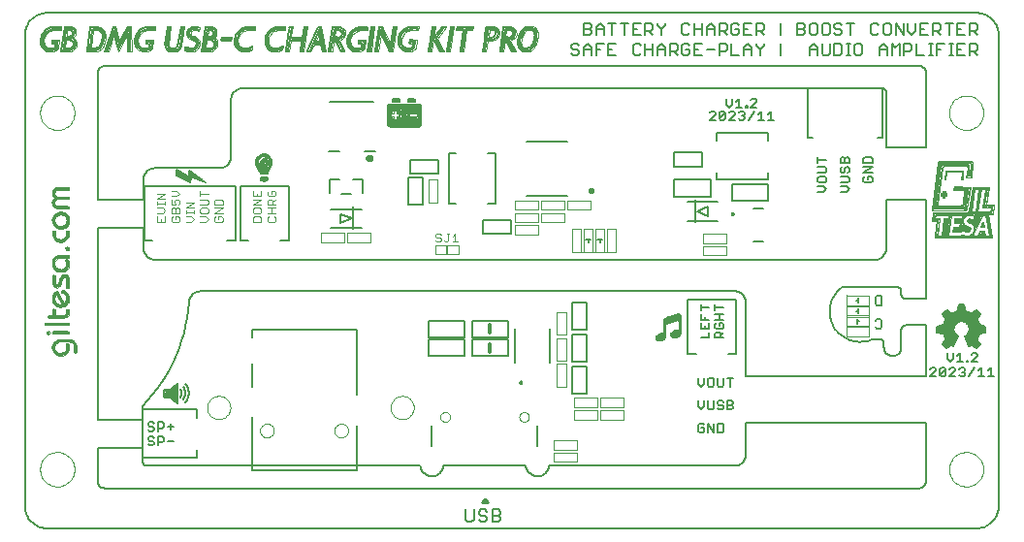
<source format=gto>
G75*
G70*
%OFA0B0*%
%FSLAX24Y24*%
%IPPOS*%
%LPD*%
%AMOC8*
5,1,8,0,0,1.08239X$1,22.5*
%
%ADD10C,0.0060*%
%ADD11C,0.0050*%
%ADD12C,0.0000*%
%ADD13C,0.0040*%
%ADD14C,0.0080*%
%ADD15C,0.0100*%
%ADD16C,0.0070*%
%ADD17C,0.0160*%
%ADD18C,0.0039*%
%ADD19C,0.0020*%
%ADD20C,0.0079*%
%ADD21R,0.0079X0.0800*%
%ADD22C,0.0140*%
%ADD23C,0.0120*%
%ADD24C,0.0010*%
%ADD25C,0.0030*%
D10*
X014786Y006843D02*
X016028Y006843D01*
X016028Y007416D01*
X014786Y007416D01*
X014786Y006843D01*
X014786Y007494D02*
X016028Y007494D01*
X016028Y008067D01*
X014786Y008067D01*
X014786Y007494D01*
X016286Y007493D02*
X017528Y007493D01*
X017528Y008066D01*
X016286Y008066D01*
X016286Y007493D01*
X016286Y007416D02*
X016286Y006843D01*
X017528Y006843D01*
X017528Y007416D01*
X016286Y007416D01*
X019726Y007600D02*
X019726Y006655D01*
X020218Y006655D01*
X020218Y007600D01*
X019726Y007600D01*
X019726Y007755D02*
X019726Y008700D01*
X020218Y008700D01*
X020218Y007755D01*
X019726Y007755D01*
X019724Y006500D02*
X020216Y006500D01*
X020216Y005555D01*
X019724Y005555D01*
X019724Y006500D01*
X017617Y011043D02*
X016673Y011043D01*
X016673Y011535D01*
X017617Y011535D01*
X017617Y011043D01*
X018156Y012359D02*
X019575Y012359D01*
X019575Y014218D02*
X018156Y014218D01*
X015115Y013601D02*
X015115Y013109D01*
X014170Y013109D01*
X014170Y013601D01*
X015115Y013601D01*
X014587Y013001D02*
X014095Y013001D01*
X014095Y012056D01*
X014587Y012056D01*
X014587Y013001D01*
X012515Y012937D02*
X012515Y012467D01*
X012115Y012417D02*
X011795Y012417D01*
X011395Y012467D02*
X011395Y012937D01*
X011715Y012937D01*
X012195Y012937D02*
X012515Y012937D01*
X012152Y011577D02*
X011758Y011735D01*
X011758Y011420D01*
X012152Y011577D01*
X019701Y017260D02*
X019768Y017194D01*
X019901Y017194D01*
X019968Y017260D01*
X019968Y017327D01*
X019901Y017394D01*
X019768Y017394D01*
X019701Y017460D01*
X019701Y017527D01*
X019768Y017594D01*
X019901Y017594D01*
X019968Y017527D01*
X020125Y017460D02*
X020258Y017594D01*
X020392Y017460D01*
X020392Y017194D01*
X020548Y017194D02*
X020548Y017594D01*
X020815Y017594D01*
X020972Y017594D02*
X020972Y017194D01*
X021239Y017194D01*
X021105Y017394D02*
X020972Y017394D01*
X020972Y017594D02*
X021239Y017594D01*
X021819Y017527D02*
X021819Y017260D01*
X021886Y017194D01*
X022019Y017194D01*
X022086Y017260D01*
X022243Y017194D02*
X022243Y017594D01*
X022086Y017527D02*
X022019Y017594D01*
X021886Y017594D01*
X021819Y017527D01*
X022243Y017394D02*
X022510Y017394D01*
X022666Y017394D02*
X022933Y017394D01*
X022933Y017460D02*
X022933Y017194D01*
X023090Y017194D02*
X023090Y017594D01*
X023290Y017594D01*
X023357Y017527D01*
X023357Y017394D01*
X023290Y017327D01*
X023090Y017327D01*
X023223Y017327D02*
X023357Y017194D01*
X023513Y017260D02*
X023580Y017194D01*
X023713Y017194D01*
X023780Y017260D01*
X023780Y017394D01*
X023647Y017394D01*
X023780Y017527D02*
X023713Y017594D01*
X023580Y017594D01*
X023513Y017527D01*
X023513Y017260D01*
X023937Y017194D02*
X024204Y017194D01*
X024070Y017394D02*
X023937Y017394D01*
X023937Y017594D02*
X023937Y017194D01*
X024360Y017394D02*
X024627Y017394D01*
X024784Y017327D02*
X024984Y017327D01*
X025051Y017394D01*
X025051Y017527D01*
X024984Y017594D01*
X024784Y017594D01*
X024784Y017194D01*
X025208Y017194D02*
X025474Y017194D01*
X025631Y017194D02*
X025631Y017460D01*
X025765Y017594D01*
X025898Y017460D01*
X025898Y017194D01*
X025898Y017394D02*
X025631Y017394D01*
X026055Y017527D02*
X026188Y017394D01*
X026188Y017194D01*
X026188Y017394D02*
X026322Y017527D01*
X026322Y017594D01*
X026055Y017594D02*
X026055Y017527D01*
X026055Y017895D02*
X026055Y018295D01*
X026255Y018295D01*
X026322Y018229D01*
X026322Y018095D01*
X026255Y018029D01*
X026055Y018029D01*
X026188Y018029D02*
X026322Y017895D01*
X025898Y017895D02*
X025631Y017895D01*
X025631Y018295D01*
X025898Y018295D01*
X025765Y018095D02*
X025631Y018095D01*
X025474Y018095D02*
X025341Y018095D01*
X025474Y018095D02*
X025474Y017962D01*
X025408Y017895D01*
X025274Y017895D01*
X025208Y017962D01*
X025208Y018229D01*
X025274Y018295D01*
X025408Y018295D01*
X025474Y018229D01*
X025051Y018229D02*
X025051Y018095D01*
X024984Y018029D01*
X024784Y018029D01*
X024917Y018029D02*
X025051Y017895D01*
X024784Y017895D02*
X024784Y018295D01*
X024984Y018295D01*
X025051Y018229D01*
X024627Y018162D02*
X024627Y017895D01*
X024627Y018095D02*
X024360Y018095D01*
X024360Y018162D02*
X024494Y018295D01*
X024627Y018162D01*
X024360Y018162D02*
X024360Y017895D01*
X024204Y017895D02*
X024204Y018295D01*
X024204Y018095D02*
X023937Y018095D01*
X023937Y017895D02*
X023937Y018295D01*
X023780Y018229D02*
X023713Y018295D01*
X023580Y018295D01*
X023513Y018229D01*
X023513Y017962D01*
X023580Y017895D01*
X023713Y017895D01*
X023780Y017962D01*
X023937Y017594D02*
X024204Y017594D01*
X025208Y017594D02*
X025208Y017194D01*
X026902Y017194D02*
X026902Y017594D01*
X026902Y017895D02*
X026902Y018295D01*
X027467Y018295D02*
X027667Y018295D01*
X027733Y018229D01*
X027733Y018162D01*
X027667Y018095D01*
X027467Y018095D01*
X027667Y018095D02*
X027733Y018029D01*
X027733Y017962D01*
X027667Y017895D01*
X027467Y017895D01*
X027467Y018295D01*
X027890Y018229D02*
X027890Y017962D01*
X027957Y017895D01*
X028090Y017895D01*
X028157Y017962D01*
X028157Y018229D01*
X028090Y018295D01*
X027957Y018295D01*
X027890Y018229D01*
X028314Y018229D02*
X028314Y017962D01*
X028380Y017895D01*
X028514Y017895D01*
X028581Y017962D01*
X028581Y018229D01*
X028514Y018295D01*
X028380Y018295D01*
X028314Y018229D01*
X028737Y018229D02*
X028737Y018162D01*
X028804Y018095D01*
X028937Y018095D01*
X029004Y018029D01*
X029004Y017962D01*
X028937Y017895D01*
X028804Y017895D01*
X028737Y017962D01*
X029294Y017895D02*
X029294Y018295D01*
X029161Y018295D02*
X029428Y018295D01*
X029004Y018229D02*
X028937Y018295D01*
X028804Y018295D01*
X028737Y018229D01*
X030008Y018229D02*
X030008Y017962D01*
X030075Y017895D01*
X030208Y017895D01*
X030275Y017962D01*
X030431Y017962D02*
X030498Y017895D01*
X030632Y017895D01*
X030698Y017962D01*
X030698Y018229D01*
X030632Y018295D01*
X030498Y018295D01*
X030431Y018229D01*
X030431Y017962D01*
X030855Y017895D02*
X030855Y018295D01*
X031122Y017895D01*
X031122Y018295D01*
X031279Y018295D02*
X031279Y018029D01*
X031412Y017895D01*
X031546Y018029D01*
X031546Y018295D01*
X031702Y018295D02*
X031702Y017895D01*
X031969Y017895D01*
X032126Y017895D02*
X032126Y018295D01*
X032326Y018295D01*
X032393Y018229D01*
X032393Y018095D01*
X032326Y018029D01*
X032126Y018029D01*
X032259Y018029D02*
X032393Y017895D01*
X032683Y017895D02*
X032683Y018295D01*
X032816Y018295D02*
X032549Y018295D01*
X032973Y018295D02*
X032973Y017895D01*
X033240Y017895D01*
X033396Y017895D02*
X033396Y018295D01*
X033597Y018295D01*
X033663Y018229D01*
X033663Y018095D01*
X033597Y018029D01*
X033396Y018029D01*
X033530Y018029D02*
X033663Y017895D01*
X033597Y017594D02*
X033396Y017594D01*
X033396Y017194D01*
X033396Y017327D02*
X033597Y017327D01*
X033663Y017394D01*
X033663Y017527D01*
X033597Y017594D01*
X033530Y017327D02*
X033663Y017194D01*
X033240Y017194D02*
X032973Y017194D01*
X032973Y017594D01*
X033240Y017594D01*
X033106Y017394D02*
X032973Y017394D01*
X032824Y017594D02*
X032690Y017594D01*
X032757Y017594D02*
X032757Y017194D01*
X032690Y017194D02*
X032824Y017194D01*
X032400Y017394D02*
X032267Y017394D01*
X032267Y017194D02*
X032267Y017594D01*
X032534Y017594D01*
X032118Y017594D02*
X031985Y017594D01*
X032051Y017594D02*
X032051Y017194D01*
X031985Y017194D02*
X032118Y017194D01*
X031828Y017194D02*
X031561Y017194D01*
X031561Y017594D01*
X031404Y017527D02*
X031404Y017394D01*
X031338Y017327D01*
X031137Y017327D01*
X031137Y017194D02*
X031137Y017594D01*
X031338Y017594D01*
X031404Y017527D01*
X030981Y017594D02*
X030981Y017194D01*
X030714Y017194D02*
X030714Y017594D01*
X030847Y017460D01*
X030981Y017594D01*
X030557Y017460D02*
X030557Y017194D01*
X030557Y017394D02*
X030290Y017394D01*
X030290Y017460D02*
X030290Y017194D01*
X029710Y017260D02*
X029710Y017527D01*
X029643Y017594D01*
X029510Y017594D01*
X029443Y017527D01*
X029443Y017260D01*
X029510Y017194D01*
X029643Y017194D01*
X029710Y017260D01*
X030290Y017460D02*
X030424Y017594D01*
X030557Y017460D01*
X031702Y018095D02*
X031836Y018095D01*
X031969Y018295D02*
X031702Y018295D01*
X032973Y018295D02*
X033240Y018295D01*
X033106Y018095D02*
X032973Y018095D01*
X030275Y018229D02*
X030208Y018295D01*
X030075Y018295D01*
X030008Y018229D01*
X029294Y017594D02*
X029161Y017594D01*
X029228Y017594D02*
X029228Y017194D01*
X029294Y017194D02*
X029161Y017194D01*
X029004Y017260D02*
X029004Y017527D01*
X028937Y017594D01*
X028737Y017594D01*
X028737Y017194D01*
X028937Y017194D01*
X029004Y017260D01*
X028581Y017260D02*
X028514Y017194D01*
X028380Y017194D01*
X028314Y017260D01*
X028314Y017594D01*
X028157Y017460D02*
X028157Y017194D01*
X028157Y017394D02*
X027890Y017394D01*
X027890Y017460D02*
X027890Y017194D01*
X027890Y017460D02*
X028024Y017594D01*
X028157Y017460D01*
X028581Y017594D02*
X028581Y017260D01*
X026070Y015645D02*
X026020Y015695D01*
X025920Y015695D01*
X025870Y015645D01*
X026070Y015645D02*
X026070Y015594D01*
X025870Y015394D01*
X026070Y015394D01*
X025987Y015265D02*
X025787Y014964D01*
X025655Y015014D02*
X025605Y014964D01*
X025505Y014964D01*
X025455Y015014D01*
X025324Y014964D02*
X025124Y014964D01*
X025324Y015164D01*
X025324Y015215D01*
X025274Y015265D01*
X025174Y015265D01*
X025124Y015215D01*
X024992Y015215D02*
X024792Y015014D01*
X024842Y014964D01*
X024942Y014964D01*
X024992Y015014D01*
X024992Y015215D01*
X024942Y015265D01*
X024842Y015265D01*
X024792Y015215D01*
X024792Y015014D01*
X024661Y014964D02*
X024461Y014964D01*
X024661Y015164D01*
X024661Y015215D01*
X024611Y015265D01*
X024511Y015265D01*
X024461Y015215D01*
X025041Y015494D02*
X025141Y015394D01*
X025241Y015494D01*
X025241Y015695D01*
X025372Y015594D02*
X025472Y015695D01*
X025472Y015394D01*
X025372Y015394D02*
X025573Y015394D01*
X025704Y015394D02*
X025754Y015394D01*
X025754Y015444D01*
X025704Y015444D01*
X025704Y015394D01*
X025605Y015265D02*
X025655Y015215D01*
X025655Y015164D01*
X025605Y015114D01*
X025655Y015064D01*
X025655Y015014D01*
X025605Y015114D02*
X025555Y015114D01*
X025455Y015215D02*
X025505Y015265D01*
X025605Y015265D01*
X026118Y015164D02*
X026218Y015265D01*
X026218Y014964D01*
X026118Y014964D02*
X026318Y014964D01*
X026450Y014964D02*
X026650Y014964D01*
X026550Y014964D02*
X026550Y015265D01*
X026450Y015164D01*
X025041Y015494D02*
X025041Y015695D01*
X022666Y017194D02*
X022666Y017460D01*
X022800Y017594D01*
X022933Y017460D01*
X022510Y017594D02*
X022510Y017194D01*
X022510Y017895D02*
X022376Y018029D01*
X022443Y018029D02*
X022243Y018029D01*
X022243Y017895D02*
X022243Y018295D01*
X022443Y018295D01*
X022510Y018229D01*
X022510Y018095D01*
X022443Y018029D01*
X022666Y018229D02*
X022800Y018095D01*
X022800Y017895D01*
X022800Y018095D02*
X022933Y018229D01*
X022933Y018295D01*
X022666Y018295D02*
X022666Y018229D01*
X022086Y018295D02*
X021819Y018295D01*
X021819Y017895D01*
X022086Y017895D01*
X021953Y018095D02*
X021819Y018095D01*
X021662Y018295D02*
X021396Y018295D01*
X021529Y018295D02*
X021529Y017895D01*
X021105Y017895D02*
X021105Y018295D01*
X020972Y018295D02*
X021239Y018295D01*
X020815Y018162D02*
X020815Y017895D01*
X020815Y018095D02*
X020548Y018095D01*
X020548Y018162D02*
X020682Y018295D01*
X020815Y018162D01*
X020548Y018162D02*
X020548Y017895D01*
X020392Y017962D02*
X020392Y018029D01*
X020325Y018095D01*
X020125Y018095D01*
X020125Y017895D02*
X020325Y017895D01*
X020392Y017962D01*
X020325Y018095D02*
X020392Y018162D01*
X020392Y018229D01*
X020325Y018295D01*
X020125Y018295D01*
X020125Y017895D01*
X020125Y017460D02*
X020125Y017194D01*
X020125Y017394D02*
X020392Y017394D01*
X020548Y017394D02*
X020682Y017394D01*
X023242Y013858D02*
X023242Y013366D01*
X024187Y013366D01*
X024187Y013858D01*
X023242Y013858D01*
X023243Y012913D02*
X023243Y012340D01*
X024484Y012340D01*
X024484Y012913D01*
X023243Y012913D01*
X024017Y011827D02*
X024411Y011985D01*
X024411Y011670D01*
X024017Y011827D01*
X025228Y012191D02*
X025228Y012764D01*
X026469Y012764D01*
X026469Y012191D01*
X025228Y012191D01*
X032267Y010959D02*
X034140Y010956D01*
X034115Y010956D01*
X033982Y011752D01*
X034018Y011735D02*
X034135Y010965D01*
X033872Y010999D02*
X033746Y010990D01*
X033781Y011067D01*
X033837Y011071D01*
X033813Y011031D01*
X033872Y010999D02*
X033860Y011122D01*
X033752Y011117D01*
X033684Y010971D01*
X033500Y011043D02*
X033470Y010974D01*
X033409Y010969D02*
X033500Y011043D01*
X033369Y011196D02*
X033320Y011181D01*
X033222Y011185D01*
X033170Y011203D01*
X033119Y011200D01*
X033088Y011181D01*
X033011Y011182D01*
X032929Y011184D01*
X032888Y011184D01*
X032839Y011194D01*
X033071Y011211D01*
X033340Y011228D01*
X033173Y011315D01*
X033155Y011352D01*
X033135Y011270D01*
X033222Y011253D01*
X033105Y011249D01*
X033080Y011243D02*
X033115Y011414D01*
X033149Y011416D01*
X033190Y011349D01*
X033253Y011296D01*
X033335Y011266D01*
X033370Y011243D01*
X033369Y011196D01*
X033575Y011233D02*
X033575Y011355D01*
X033510Y011423D01*
X033438Y011461D01*
X033352Y011494D01*
X033371Y011532D01*
X033414Y011535D01*
X033510Y011522D01*
X033574Y011552D01*
X033585Y011631D01*
X033571Y011707D01*
X033736Y011709D01*
X033703Y011627D01*
X033624Y011668D01*
X033691Y011662D01*
X033691Y011581D01*
X033601Y011380D01*
X033438Y011507D01*
X033539Y011494D01*
X033594Y011435D01*
X033657Y011603D01*
X033626Y011631D01*
X033575Y011499D01*
X033575Y011233D02*
X033793Y011712D01*
X033634Y011796D02*
X033752Y012646D01*
X033234Y011716D02*
X033250Y011704D01*
X033234Y011716D02*
X033191Y011654D01*
X033175Y011721D02*
X033148Y011580D01*
X033130Y011533D02*
X033125Y011476D01*
X032900Y011496D01*
X032895Y011468D01*
X033115Y011453D01*
X033130Y011533D02*
X032897Y011537D01*
X032698Y011554D02*
X032726Y011729D01*
X032853Y011243D02*
X033080Y011243D01*
X033158Y010988D02*
X033168Y010988D01*
X033136Y010980D02*
X033111Y010959D01*
X033814Y011328D02*
X033857Y011321D01*
X033851Y011374D01*
X033843Y011427D02*
X033814Y011328D01*
X033207Y008614D02*
X033017Y008614D01*
X032967Y008374D01*
X032977Y008364D02*
X033027Y008564D01*
X033177Y008564D01*
X033227Y008364D01*
X033427Y008264D01*
X033627Y008414D01*
X033727Y008314D01*
X033627Y008114D01*
X033727Y007864D01*
X033927Y007864D01*
X033927Y007714D01*
X033677Y007664D01*
X033627Y007414D01*
X033727Y007264D01*
X033627Y007164D01*
X033477Y007264D01*
X033377Y007214D01*
X033277Y007514D01*
X033427Y007714D01*
X033377Y007964D01*
X033177Y008064D01*
X032977Y008064D01*
X032827Y007914D01*
X032827Y007614D01*
X032977Y007514D01*
X032827Y007264D01*
X032777Y007264D01*
X032627Y007164D01*
X032527Y007264D01*
X032627Y007414D01*
X032527Y007664D01*
X032327Y007714D01*
X032327Y007864D01*
X032527Y007864D01*
X032627Y008114D01*
X032477Y008314D01*
X032627Y008414D01*
X032777Y008264D01*
X032977Y008364D01*
X032963Y008357D02*
X033241Y008357D01*
X033257Y008374D02*
X033207Y008614D01*
X033185Y008532D02*
X033019Y008532D01*
X033005Y008474D02*
X033200Y008474D01*
X033214Y008415D02*
X032990Y008415D01*
X032846Y008298D02*
X033358Y008298D01*
X033437Y008304D02*
X033637Y008434D01*
X033777Y008294D01*
X033637Y008104D01*
X033632Y008123D02*
X032621Y008123D01*
X032587Y008104D02*
X032457Y008294D01*
X032597Y008434D01*
X032787Y008304D01*
X032743Y008298D02*
X032489Y008298D01*
X032533Y008240D02*
X033690Y008240D01*
X033661Y008181D02*
X032577Y008181D01*
X032607Y008064D02*
X033647Y008064D01*
X033670Y008006D02*
X033293Y008006D01*
X033381Y007947D02*
X033694Y007947D01*
X033727Y007914D02*
X033947Y007874D01*
X033947Y007674D01*
X033727Y007634D01*
X033675Y007655D02*
X033383Y007655D01*
X033427Y007713D02*
X033924Y007713D01*
X033927Y007772D02*
X033416Y007772D01*
X033404Y007830D02*
X033927Y007830D01*
X033717Y007889D02*
X033392Y007889D01*
X033642Y008103D02*
X033664Y008068D01*
X033684Y008032D01*
X033702Y007994D01*
X033717Y007955D01*
X033729Y007915D01*
X033664Y007596D02*
X033339Y007596D01*
X033295Y007538D02*
X033652Y007538D01*
X033640Y007479D02*
X033289Y007479D01*
X033308Y007421D02*
X033629Y007421D01*
X033647Y007434D02*
X033777Y007254D01*
X033637Y007114D01*
X033457Y007234D01*
X033377Y007194D01*
X033237Y007534D01*
X033328Y007362D02*
X033662Y007362D01*
X033701Y007304D02*
X033347Y007304D01*
X033367Y007245D02*
X033440Y007245D01*
X033505Y007245D02*
X033709Y007245D01*
X033650Y007187D02*
X033593Y007187D01*
X033601Y006943D02*
X033501Y006943D01*
X033451Y006893D01*
X033601Y006943D02*
X033651Y006893D01*
X033651Y006842D01*
X033451Y006642D01*
X033651Y006642D01*
X033568Y006444D02*
X033368Y006143D01*
X033237Y006193D02*
X033186Y006143D01*
X033086Y006143D01*
X033036Y006193D01*
X032905Y006143D02*
X032705Y006143D01*
X032905Y006344D01*
X032905Y006394D01*
X032855Y006444D01*
X032755Y006444D01*
X032705Y006394D01*
X032574Y006394D02*
X032373Y006193D01*
X032423Y006143D01*
X032524Y006143D01*
X032574Y006193D01*
X032574Y006394D01*
X032524Y006444D01*
X032423Y006444D01*
X032373Y006394D01*
X032373Y006193D01*
X032242Y006143D02*
X032042Y006143D01*
X032242Y006344D01*
X032242Y006394D01*
X032192Y006444D01*
X032092Y006444D01*
X032042Y006394D01*
X032622Y006742D02*
X032722Y006642D01*
X032822Y006742D01*
X032822Y006943D01*
X032953Y006842D02*
X033054Y006943D01*
X033054Y006642D01*
X033154Y006642D02*
X032953Y006642D01*
X033086Y006444D02*
X033186Y006444D01*
X033237Y006394D01*
X033237Y006344D01*
X033186Y006294D01*
X033237Y006244D01*
X033237Y006193D01*
X033186Y006294D02*
X033136Y006294D01*
X033036Y006394D02*
X033086Y006444D01*
X033285Y006642D02*
X033335Y006642D01*
X033335Y006692D01*
X033285Y006692D01*
X033285Y006642D01*
X033699Y006344D02*
X033799Y006444D01*
X033799Y006143D01*
X033699Y006143D02*
X033899Y006143D01*
X034031Y006143D02*
X034231Y006143D01*
X034131Y006143D02*
X034131Y006444D01*
X034031Y006344D01*
X032847Y007194D02*
X032777Y007234D01*
X032597Y007114D01*
X032457Y007254D01*
X032577Y007434D01*
X032624Y007421D02*
X032921Y007421D01*
X032886Y007362D02*
X032593Y007362D01*
X032554Y007304D02*
X032851Y007304D01*
X032847Y007194D02*
X032997Y007534D01*
X032941Y007538D02*
X032578Y007538D01*
X032601Y007479D02*
X032956Y007479D01*
X032854Y007596D02*
X032554Y007596D01*
X032531Y007655D02*
X032827Y007655D01*
X032827Y007713D02*
X032330Y007713D01*
X032327Y007772D02*
X032827Y007772D01*
X032827Y007830D02*
X032327Y007830D01*
X032277Y007874D02*
X032507Y007914D01*
X032537Y007889D02*
X032827Y007889D01*
X032861Y007947D02*
X032561Y007947D01*
X032584Y008006D02*
X032919Y008006D01*
X032499Y007618D02*
X032514Y007571D01*
X032532Y007525D01*
X032554Y007481D01*
X032579Y007439D01*
X032546Y007245D02*
X032749Y007245D01*
X032662Y007187D02*
X032604Y007187D01*
X032622Y006943D02*
X032622Y006742D01*
X032497Y007634D02*
X032277Y007674D01*
X032277Y007874D01*
X032542Y008357D02*
X032684Y008357D01*
X033473Y008298D02*
X033719Y008298D01*
X033684Y008357D02*
X033551Y008357D01*
X033237Y007534D02*
X033265Y007550D01*
X033292Y007569D01*
X033315Y007591D01*
X033336Y007616D01*
X033354Y007644D01*
X033369Y007673D01*
X033379Y007704D01*
X033387Y007735D01*
X033390Y007768D01*
X033389Y007800D01*
X033385Y007833D01*
X033376Y007864D01*
X033364Y007894D01*
X033349Y007923D01*
X033330Y007950D01*
X033308Y007974D01*
X033284Y007995D01*
X033257Y008014D01*
X033228Y008029D01*
X033197Y008040D01*
X033166Y008048D01*
X033133Y008052D01*
X033101Y008052D01*
X033068Y008048D01*
X033037Y008040D01*
X033006Y008029D01*
X032977Y008014D01*
X032950Y007995D01*
X032926Y007974D01*
X032904Y007950D01*
X032885Y007923D01*
X032870Y007894D01*
X032858Y007864D01*
X032849Y007833D01*
X032845Y007800D01*
X032844Y007768D01*
X032847Y007735D01*
X032855Y007704D01*
X032865Y007673D01*
X032880Y007644D01*
X032898Y007616D01*
X032919Y007591D01*
X032942Y007569D01*
X032969Y007550D01*
X032997Y007534D01*
X032790Y008300D02*
X032832Y008323D01*
X032875Y008342D01*
X032920Y008359D01*
X032966Y008371D01*
X033258Y008375D02*
X033304Y008363D01*
X033350Y008347D01*
X033394Y008327D01*
X033437Y008304D01*
X033726Y007635D02*
X033716Y007593D01*
X033703Y007552D01*
X033687Y007512D01*
X033668Y007473D01*
X033646Y007436D01*
X032505Y007916D02*
X032516Y007956D01*
X032530Y007995D01*
X032546Y008032D01*
X032565Y008069D01*
X032586Y008104D01*
D11*
X033631Y000927D02*
X001677Y000927D01*
X001623Y000929D01*
X001570Y000935D01*
X001518Y000944D01*
X001466Y000957D01*
X001415Y000974D01*
X001365Y000995D01*
X001318Y001019D01*
X001272Y001046D01*
X001228Y001077D01*
X001186Y001110D01*
X001147Y001147D01*
X001110Y001186D01*
X001077Y001228D01*
X001046Y001272D01*
X001019Y001318D01*
X000995Y001365D01*
X000974Y001415D01*
X000957Y001466D01*
X000944Y001518D01*
X000935Y001570D01*
X000929Y001623D01*
X000927Y001677D01*
X000927Y017896D01*
X000929Y017949D01*
X000935Y018003D01*
X000944Y018055D01*
X000958Y018107D01*
X000975Y018158D01*
X000995Y018207D01*
X001019Y018255D01*
X001046Y018301D01*
X001077Y018345D01*
X001111Y018386D01*
X001147Y018425D01*
X001186Y018462D01*
X001228Y018495D01*
X001272Y018526D01*
X001318Y018553D01*
X001366Y018577D01*
X001415Y018597D01*
X001466Y018614D01*
X001518Y018627D01*
X001570Y018637D01*
X001624Y018642D01*
X001677Y018644D01*
X033631Y018644D01*
X033684Y018643D01*
X033738Y018637D01*
X033791Y018628D01*
X033843Y018615D01*
X033895Y018599D01*
X033945Y018578D01*
X033993Y018555D01*
X034040Y018528D01*
X034084Y018497D01*
X034126Y018464D01*
X034166Y018427D01*
X034203Y018388D01*
X034237Y018347D01*
X034269Y018303D01*
X034297Y018257D01*
X034321Y018209D01*
X034342Y018159D01*
X034360Y018108D01*
X034373Y018056D01*
X034383Y018003D01*
X034390Y017949D01*
X034392Y017895D01*
X034392Y017896D02*
X034392Y001677D01*
X034390Y001624D01*
X034384Y001570D01*
X034374Y001517D01*
X034360Y001465D01*
X034342Y001414D01*
X034321Y001364D01*
X034297Y001316D01*
X034269Y001270D01*
X034238Y001226D01*
X034204Y001184D01*
X034167Y001145D01*
X034127Y001108D01*
X034085Y001075D01*
X034040Y001044D01*
X033993Y001017D01*
X033945Y000993D01*
X033895Y000973D01*
X033844Y000956D01*
X033791Y000943D01*
X033738Y000934D01*
X033684Y000929D01*
X033630Y000927D01*
X031642Y002305D02*
X003677Y002305D01*
X003648Y002305D01*
X003620Y002309D01*
X003593Y002316D01*
X003566Y002326D01*
X003541Y002339D01*
X003517Y002355D01*
X003496Y002374D01*
X003477Y002396D01*
X003461Y002419D01*
X003448Y002444D01*
X003438Y002471D01*
X003431Y002499D01*
X003427Y002527D01*
X003427Y003683D01*
X004960Y003683D01*
X004960Y003277D01*
X004958Y003252D01*
X004960Y003227D01*
X004965Y003202D01*
X004974Y003178D01*
X004986Y003156D01*
X005001Y003136D01*
X005019Y003118D01*
X005039Y003103D01*
X005062Y003091D01*
X005085Y003082D01*
X005110Y003077D01*
X014511Y003077D01*
X014512Y003078D02*
X014517Y003039D01*
X014526Y003001D01*
X014539Y002964D01*
X014555Y002929D01*
X014575Y002895D01*
X014598Y002863D01*
X014624Y002834D01*
X014653Y002808D01*
X014684Y002785D01*
X014718Y002764D01*
X014753Y002748D01*
X014790Y002734D01*
X014827Y002725D01*
X014866Y002719D01*
X014905Y002717D01*
X014944Y002719D01*
X014983Y002725D01*
X015020Y002734D01*
X015057Y002748D01*
X015092Y002764D01*
X015126Y002785D01*
X015157Y002808D01*
X015186Y002834D01*
X015212Y002863D01*
X015235Y002895D01*
X015255Y002929D01*
X015271Y002964D01*
X015284Y003001D01*
X015293Y003039D01*
X015298Y003078D01*
X015298Y003077D02*
X018141Y003077D01*
X018142Y003078D02*
X018147Y003039D01*
X018156Y003001D01*
X018169Y002964D01*
X018185Y002929D01*
X018205Y002895D01*
X018228Y002863D01*
X018254Y002834D01*
X018283Y002808D01*
X018314Y002785D01*
X018348Y002764D01*
X018383Y002748D01*
X018420Y002734D01*
X018457Y002725D01*
X018496Y002719D01*
X018535Y002717D01*
X018574Y002719D01*
X018613Y002725D01*
X018650Y002734D01*
X018687Y002748D01*
X018722Y002764D01*
X018756Y002785D01*
X018787Y002808D01*
X018816Y002834D01*
X018842Y002863D01*
X018865Y002895D01*
X018885Y002929D01*
X018901Y002964D01*
X018914Y003001D01*
X018923Y003039D01*
X018928Y003078D01*
X018928Y003077D02*
X025310Y003077D01*
X025349Y003079D01*
X025388Y003085D01*
X025426Y003094D01*
X025463Y003107D01*
X025499Y003124D01*
X025532Y003144D01*
X025564Y003168D01*
X025593Y003194D01*
X025619Y003223D01*
X025643Y003255D01*
X025663Y003288D01*
X025680Y003324D01*
X025693Y003361D01*
X025702Y003399D01*
X025708Y003438D01*
X025710Y003477D01*
X025710Y004570D01*
X031892Y004570D01*
X031892Y002555D01*
X031890Y002525D01*
X031885Y002495D01*
X031876Y002466D01*
X031863Y002439D01*
X031848Y002413D01*
X031829Y002389D01*
X031808Y002368D01*
X031784Y002349D01*
X031758Y002334D01*
X031731Y002321D01*
X031702Y002312D01*
X031672Y002307D01*
X031642Y002305D01*
X025265Y005061D02*
X025213Y005009D01*
X025058Y005009D01*
X025058Y005319D01*
X025213Y005319D01*
X025265Y005268D01*
X025265Y005216D01*
X025213Y005164D01*
X025058Y005164D01*
X024934Y005112D02*
X024934Y005061D01*
X024882Y005009D01*
X024779Y005009D01*
X024727Y005061D01*
X024779Y005164D02*
X024882Y005164D01*
X024934Y005112D01*
X024934Y005268D02*
X024882Y005319D01*
X024779Y005319D01*
X024727Y005268D01*
X024727Y005216D01*
X024779Y005164D01*
X024602Y005061D02*
X024602Y005319D01*
X024395Y005319D02*
X024395Y005061D01*
X024447Y005009D01*
X024551Y005009D01*
X024602Y005061D01*
X024271Y005112D02*
X024271Y005319D01*
X024271Y005112D02*
X024167Y005009D01*
X024064Y005112D01*
X024064Y005319D01*
X024167Y005796D02*
X024271Y005900D01*
X024271Y006107D01*
X024395Y006055D02*
X024395Y005848D01*
X024447Y005796D01*
X024551Y005796D01*
X024602Y005848D01*
X024602Y006055D01*
X024551Y006107D01*
X024447Y006107D01*
X024395Y006055D01*
X024064Y006107D02*
X024064Y005900D01*
X024167Y005796D01*
X024727Y005848D02*
X024727Y006107D01*
X024934Y006107D02*
X024934Y005848D01*
X024882Y005796D01*
X024779Y005796D01*
X024727Y005848D01*
X025162Y005796D02*
X025162Y006107D01*
X025265Y006107D02*
X025058Y006107D01*
X025710Y006158D02*
X031892Y006158D01*
X031892Y007910D01*
X031223Y007910D01*
X031223Y007909D02*
X031200Y007910D01*
X031177Y007907D01*
X031154Y007901D01*
X031133Y007891D01*
X031113Y007879D01*
X031095Y007864D01*
X031080Y007847D01*
X031067Y007827D01*
X031057Y007806D01*
X031050Y007784D01*
X031047Y007761D01*
X031046Y007761D02*
X031046Y007147D01*
X031044Y007114D01*
X031039Y007080D01*
X031029Y007048D01*
X031016Y007017D01*
X031000Y006988D01*
X030981Y006961D01*
X030958Y006936D01*
X030933Y006913D01*
X030906Y006894D01*
X030877Y006878D01*
X030846Y006865D01*
X030814Y006855D01*
X030780Y006850D01*
X030747Y006848D01*
X030714Y006850D01*
X030680Y006855D01*
X030648Y006865D01*
X030617Y006878D01*
X030588Y006894D01*
X030561Y006913D01*
X030536Y006936D01*
X030513Y006961D01*
X030494Y006988D01*
X030478Y007017D01*
X030465Y007048D01*
X030455Y007080D01*
X030450Y007114D01*
X030448Y007147D01*
X030447Y007147D02*
X030447Y007260D01*
X030445Y007286D01*
X030440Y007311D01*
X030431Y007335D01*
X030418Y007357D01*
X030403Y007378D01*
X030385Y007396D01*
X030364Y007411D01*
X030342Y007424D01*
X030318Y007433D01*
X030293Y007438D01*
X030267Y007440D01*
X030071Y007440D01*
X029517Y007963D02*
X029517Y008042D01*
X029596Y008042D01*
X029517Y008042D02*
X029517Y008121D01*
X029576Y008323D02*
X029576Y008402D01*
X029497Y008402D01*
X029576Y008402D02*
X029576Y008481D01*
X029019Y009222D02*
X028969Y009184D01*
X028921Y009143D01*
X028876Y009099D01*
X028834Y009053D01*
X028794Y009004D01*
X028758Y008952D01*
X028725Y008899D01*
X028695Y008844D01*
X028668Y008787D01*
X028645Y008728D01*
X028626Y008668D01*
X028610Y008607D01*
X028598Y008546D01*
X028589Y008483D01*
X028585Y008420D01*
X028584Y008358D01*
X028587Y008295D01*
X028594Y008232D01*
X028605Y008170D01*
X028619Y008109D01*
X028637Y008049D01*
X028659Y007990D01*
X028684Y007932D01*
X028713Y007876D01*
X028745Y007822D01*
X028780Y007770D01*
X028818Y007720D01*
X028859Y007672D01*
X028904Y007627D01*
X028950Y007585D01*
X028999Y007546D01*
X029051Y007510D01*
X029104Y007477D01*
X029160Y007447D01*
X029217Y007421D01*
X029275Y007398D01*
X029335Y007379D01*
X029396Y007363D01*
X029458Y007351D01*
X029520Y007343D01*
X029583Y007339D01*
X029646Y007338D01*
X029709Y007342D01*
X029771Y007349D01*
X029833Y007360D01*
X029895Y007374D01*
X029955Y007392D01*
X030014Y007414D01*
X030071Y007440D01*
X029576Y008683D02*
X029576Y008762D01*
X029497Y008762D01*
X029576Y008762D02*
X029576Y008841D01*
X029019Y009222D02*
X030896Y009222D01*
X030919Y009218D01*
X030941Y009212D01*
X030962Y009203D01*
X030981Y009190D01*
X030999Y009175D01*
X031014Y009158D01*
X031026Y009139D01*
X031036Y009118D01*
X031042Y009096D01*
X031046Y009073D01*
X031046Y009050D01*
X031046Y008988D01*
X031047Y008987D02*
X031046Y008964D01*
X031049Y008941D01*
X031055Y008919D01*
X031064Y008898D01*
X031076Y008878D01*
X031090Y008860D01*
X031107Y008844D01*
X031126Y008831D01*
X031147Y008821D01*
X031169Y008814D01*
X031192Y008810D01*
X031892Y008810D01*
X031892Y012220D01*
X030538Y012220D01*
X030538Y010564D01*
X030536Y010525D01*
X030530Y010486D01*
X030521Y010448D01*
X030508Y010411D01*
X030491Y010375D01*
X030471Y010342D01*
X030447Y010310D01*
X030421Y010281D01*
X030392Y010255D01*
X030360Y010231D01*
X030327Y010211D01*
X030291Y010194D01*
X030254Y010181D01*
X030216Y010172D01*
X030177Y010166D01*
X030138Y010164D01*
X005394Y010164D01*
X005355Y010166D01*
X005316Y010172D01*
X005278Y010181D01*
X005241Y010194D01*
X005205Y010211D01*
X005172Y010231D01*
X005140Y010255D01*
X005111Y010281D01*
X005085Y010310D01*
X005061Y010342D01*
X005041Y010375D01*
X005024Y010411D01*
X005011Y010448D01*
X005002Y010486D01*
X004996Y010525D01*
X004994Y010564D01*
X004994Y011245D01*
X003427Y011245D01*
X003427Y004671D01*
X004960Y004671D01*
X004960Y005127D01*
X005707Y005447D02*
X005927Y005447D01*
X006147Y005257D01*
X006157Y005897D01*
X005927Y005707D01*
X005707Y005707D01*
X005707Y005457D01*
X005645Y004579D02*
X005696Y004527D01*
X005696Y004424D01*
X005645Y004372D01*
X005489Y004372D01*
X005489Y004268D02*
X005489Y004579D01*
X005645Y004579D01*
X005821Y004424D02*
X006028Y004424D01*
X005924Y004527D02*
X005924Y004320D01*
X005365Y004320D02*
X005313Y004268D01*
X005210Y004268D01*
X005158Y004320D01*
X005210Y004424D02*
X005313Y004424D01*
X005365Y004372D01*
X005365Y004320D01*
X005210Y004424D02*
X005158Y004475D01*
X005158Y004527D01*
X005210Y004579D01*
X005313Y004579D01*
X005365Y004527D01*
X005313Y004087D02*
X005210Y004087D01*
X005158Y004035D01*
X005158Y003983D01*
X005210Y003931D01*
X005313Y003931D01*
X005365Y003880D01*
X005365Y003828D01*
X005313Y003776D01*
X005210Y003776D01*
X005158Y003828D01*
X005365Y004035D02*
X005313Y004087D01*
X005489Y004087D02*
X005645Y004087D01*
X005696Y004035D01*
X005696Y003931D01*
X005645Y003880D01*
X005489Y003880D01*
X005489Y003776D02*
X005489Y004087D01*
X005821Y003931D02*
X006028Y003931D01*
X008725Y004747D02*
X008725Y002910D01*
X012347Y002910D01*
X012347Y004471D01*
X012347Y005522D02*
X012347Y007753D01*
X008725Y007753D01*
X008725Y007505D01*
X008725Y006583D02*
X008725Y005797D01*
X006560Y008677D02*
X006562Y008716D01*
X006568Y008755D01*
X006577Y008793D01*
X006590Y008830D01*
X006607Y008866D01*
X006627Y008899D01*
X006651Y008931D01*
X006677Y008960D01*
X006706Y008986D01*
X006738Y009010D01*
X006771Y009030D01*
X006807Y009047D01*
X006844Y009060D01*
X006882Y009069D01*
X006921Y009075D01*
X006960Y009077D01*
X025310Y009077D01*
X025349Y009075D01*
X025388Y009069D01*
X025426Y009060D01*
X025463Y009047D01*
X025499Y009030D01*
X025532Y009010D01*
X025564Y008986D01*
X025593Y008960D01*
X025619Y008931D01*
X025643Y008899D01*
X025663Y008866D01*
X025680Y008830D01*
X025693Y008793D01*
X025702Y008755D01*
X025708Y008716D01*
X025710Y008677D01*
X025710Y006158D01*
X025213Y005164D02*
X025265Y005112D01*
X025265Y005061D01*
X024882Y004532D02*
X024727Y004532D01*
X024727Y004222D01*
X024882Y004222D01*
X024934Y004273D01*
X024934Y004480D01*
X024882Y004532D01*
X024602Y004532D02*
X024602Y004222D01*
X024395Y004532D01*
X024395Y004222D01*
X024271Y004273D02*
X024271Y004377D01*
X024167Y004377D01*
X024064Y004480D02*
X024064Y004273D01*
X024116Y004222D01*
X024219Y004222D01*
X024271Y004273D01*
X024271Y004480D02*
X024219Y004532D01*
X024116Y004532D01*
X024064Y004480D01*
X022847Y007398D02*
X022889Y007429D01*
X022920Y007491D01*
X022919Y008029D01*
X022904Y008042D01*
X022905Y007601D01*
X022881Y007605D01*
X022831Y007611D01*
X022784Y007613D01*
X022720Y007595D01*
X022675Y007567D01*
X022652Y007544D01*
X022635Y007519D01*
X022629Y007511D01*
X022628Y007437D01*
X022644Y007408D01*
X022667Y007390D01*
X022697Y007379D01*
X022747Y007379D01*
X022748Y007379D02*
X022800Y007379D01*
X022847Y007398D01*
X022859Y007453D02*
X022778Y007404D01*
X022746Y007417D02*
X022800Y007447D01*
X022863Y007522D01*
X022841Y007549D01*
X022750Y007542D01*
X022693Y007496D01*
X022708Y007454D01*
X022736Y007452D01*
X022775Y007478D01*
X022828Y007522D01*
X022764Y007510D01*
X022733Y007481D01*
X022746Y007417D02*
X022697Y007416D01*
X022668Y007451D01*
X022667Y007507D01*
X022716Y007563D01*
X022784Y007576D01*
X022884Y007568D01*
X022886Y007506D01*
X022859Y007453D01*
X022748Y007379D02*
X022735Y007392D01*
X023141Y007565D02*
X023156Y007532D01*
X023179Y007510D01*
X023208Y007493D01*
X023254Y007481D01*
X023256Y007481D02*
X023286Y007484D01*
X023342Y007496D01*
X023389Y007525D01*
X023419Y007553D01*
X023437Y007590D01*
X023449Y007625D01*
X023449Y008195D01*
X023423Y008048D01*
X023424Y007726D01*
X023409Y007709D01*
X023341Y007723D01*
X023311Y007727D01*
X023269Y007719D01*
X023236Y007708D01*
X023187Y007674D01*
X023159Y007645D01*
X023141Y007611D01*
X023141Y007565D01*
X023179Y007591D02*
X023191Y007547D01*
X023259Y007521D01*
X023298Y007526D01*
X023351Y007568D01*
X023382Y007604D01*
X023393Y007643D01*
X023304Y007647D01*
X023250Y007627D01*
X023221Y007584D01*
X023249Y007566D01*
X023293Y007561D01*
X023344Y007600D01*
X023353Y007624D01*
X023270Y007603D01*
X023252Y007575D01*
X023179Y007591D02*
X023217Y007647D01*
X023263Y007682D01*
X023330Y007681D01*
X023418Y007671D01*
X023418Y007637D01*
X023402Y007571D01*
X023319Y007522D01*
X022922Y007910D02*
X022954Y007991D01*
X023385Y008121D01*
X023415Y008244D01*
X023128Y008163D01*
X022953Y008104D01*
X022954Y008036D01*
X023360Y008145D01*
X023374Y008200D01*
X022973Y008079D01*
X022924Y008120D02*
X022949Y008143D01*
X023399Y008285D01*
X023427Y008279D01*
X023443Y008263D01*
X023448Y008224D01*
X023449Y008202D01*
X023403Y008069D01*
X023382Y008081D01*
X023380Y008079D02*
X023356Y008078D01*
X022954Y007944D01*
X022922Y007910D01*
X022912Y008041D02*
X022904Y008050D01*
X022904Y008091D01*
X022924Y008120D01*
X024152Y008102D02*
X024152Y008296D01*
X024152Y008415D02*
X024152Y008609D01*
X024152Y008512D02*
X024442Y008512D01*
X024644Y008512D02*
X024934Y008512D01*
X024934Y008296D02*
X024644Y008296D01*
X024644Y008415D02*
X024644Y008609D01*
X024789Y008296D02*
X024789Y008102D01*
X024789Y007983D02*
X024789Y007886D01*
X024789Y007983D02*
X024886Y007983D01*
X024934Y007934D01*
X024934Y007838D01*
X024886Y007789D01*
X024692Y007789D01*
X024644Y007838D01*
X024644Y007934D01*
X024692Y007983D01*
X024644Y008102D02*
X024934Y008102D01*
X024442Y008102D02*
X024152Y008102D01*
X024152Y007983D02*
X024152Y007789D01*
X024442Y007789D01*
X024442Y007983D01*
X024297Y007886D02*
X024297Y007789D01*
X024442Y007670D02*
X024442Y007476D01*
X024152Y007476D01*
X024644Y007476D02*
X024644Y007621D01*
X024692Y007670D01*
X024789Y007670D01*
X024837Y007621D01*
X024837Y007476D01*
X024837Y007573D02*
X024934Y007670D01*
X024934Y007476D02*
X024644Y007476D01*
X024297Y008102D02*
X024297Y008199D01*
X020762Y010844D02*
X020684Y010844D01*
X020684Y010766D01*
X020684Y010844D02*
X020605Y010844D01*
X020362Y010844D02*
X020284Y010844D01*
X020284Y010766D01*
X020284Y010844D02*
X020205Y010844D01*
X017089Y012085D02*
X016842Y012085D01*
X017089Y012085D02*
X017089Y013837D01*
X016842Y013837D01*
X015742Y013837D02*
X015495Y013837D01*
X015495Y012085D01*
X015742Y012085D01*
X012486Y011902D02*
X011423Y011902D01*
X011423Y011253D02*
X012486Y011253D01*
X009267Y012917D02*
X009247Y012897D01*
X009207Y012897D01*
X009167Y012857D01*
X009117Y012857D01*
X009077Y012887D01*
X009067Y012897D01*
X009017Y012897D01*
X009017Y013007D01*
X009267Y013007D01*
X009267Y012917D01*
X009257Y013117D02*
X009017Y013117D01*
X008987Y013207D01*
X008947Y013277D01*
X008877Y013417D01*
X008857Y013477D01*
X008857Y013527D01*
X008877Y013597D01*
X008877Y013607D02*
X008907Y013667D01*
X008957Y013717D01*
X009027Y013757D01*
X009087Y013777D01*
X009187Y013777D01*
X009257Y013757D01*
X009297Y013727D01*
X009337Y013687D01*
X009377Y013637D01*
X009397Y013577D01*
X009407Y013527D01*
X009407Y013487D01*
X009397Y013417D01*
X009367Y013357D01*
X009287Y013217D01*
X009267Y013147D01*
X009257Y013117D01*
X008997Y013367D02*
X009007Y013457D01*
X009027Y013517D01*
X009057Y013567D01*
X009117Y013617D01*
X009167Y013647D01*
X009257Y013647D01*
X009247Y013687D01*
X009217Y013717D01*
X009157Y013727D01*
X009127Y013727D01*
X009077Y013717D01*
X009027Y013697D01*
X008987Y013667D01*
X008957Y013637D01*
X008927Y013587D01*
X008917Y013527D01*
X008917Y013477D01*
X008957Y013377D01*
X008977Y013387D01*
X008967Y013357D01*
X008010Y013714D02*
X008010Y015664D01*
X008012Y015703D01*
X008018Y015742D01*
X008027Y015780D01*
X008040Y015817D01*
X008057Y015853D01*
X008077Y015886D01*
X008101Y015918D01*
X008127Y015947D01*
X008156Y015973D01*
X008188Y015997D01*
X008221Y016017D01*
X008257Y016034D01*
X008294Y016047D01*
X008332Y016056D01*
X008371Y016062D01*
X008410Y016064D01*
X030388Y016064D01*
X030386Y016057D02*
X030386Y014364D01*
X030227Y014364D01*
X030538Y014008D02*
X031892Y014008D01*
X031892Y016586D01*
X031890Y016616D01*
X031885Y016646D01*
X031876Y016675D01*
X031863Y016702D01*
X031848Y016728D01*
X031829Y016752D01*
X031808Y016773D01*
X031784Y016792D01*
X031758Y016807D01*
X031731Y016820D01*
X031702Y016829D01*
X031672Y016834D01*
X031642Y016836D01*
X003677Y016836D01*
X003647Y016834D01*
X003617Y016829D01*
X003588Y016820D01*
X003561Y016807D01*
X003535Y016792D01*
X003511Y016773D01*
X003490Y016752D01*
X003471Y016728D01*
X003456Y016702D01*
X003443Y016675D01*
X003434Y016646D01*
X003429Y016616D01*
X003427Y016586D01*
X003427Y012233D01*
X004994Y012233D01*
X004994Y012914D01*
X004996Y012953D01*
X005002Y012992D01*
X005011Y013030D01*
X005024Y013067D01*
X005041Y013103D01*
X005061Y013136D01*
X005085Y013168D01*
X005111Y013197D01*
X005140Y013223D01*
X005172Y013247D01*
X005205Y013267D01*
X005241Y013284D01*
X005278Y013297D01*
X005316Y013306D01*
X005355Y013312D01*
X005394Y013314D01*
X007610Y013314D01*
X007649Y013316D01*
X007688Y013322D01*
X007726Y013331D01*
X007763Y013344D01*
X007799Y013361D01*
X007832Y013381D01*
X007864Y013405D01*
X007893Y013431D01*
X007919Y013460D01*
X007943Y013492D01*
X007963Y013525D01*
X007980Y013561D01*
X007993Y013598D01*
X008002Y013636D01*
X008008Y013675D01*
X008010Y013714D01*
X007024Y012876D02*
X006711Y013010D01*
X006835Y012997D01*
X006593Y013146D01*
X006723Y013027D01*
X006593Y013101D01*
X006658Y013036D01*
X006581Y013055D01*
X006615Y013015D01*
X006576Y013006D01*
X006591Y012983D01*
X006533Y012978D01*
X006588Y012967D01*
X006585Y012869D01*
X006174Y013076D01*
X006159Y013183D01*
X006512Y012967D01*
X006552Y012921D01*
X006188Y013116D01*
X006133Y013073D02*
X006141Y013246D01*
X006515Y013010D01*
X006546Y013022D01*
X006558Y013057D01*
X006569Y013213D01*
X007024Y012876D01*
X006676Y013009D02*
X006632Y013006D01*
X006620Y012995D01*
X006607Y012820D01*
X006119Y013068D01*
X002415Y012592D02*
X001945Y012592D01*
X001930Y012572D02*
X001885Y012487D01*
X001885Y012422D01*
X001905Y012372D01*
X001930Y012332D01*
X001955Y012307D02*
X002415Y012307D01*
X002405Y012267D02*
X001955Y012262D01*
X001940Y012247D02*
X001890Y012182D01*
X001880Y012122D01*
X001890Y012062D01*
X001920Y011997D01*
X001930Y011987D02*
X002410Y011982D01*
X002410Y011942D02*
X002010Y011947D01*
X001930Y011987D01*
X001940Y012037D02*
X001920Y012082D01*
X001915Y012152D01*
X001930Y012192D01*
X001980Y012242D01*
X001980Y012322D02*
X001935Y012377D01*
X001910Y012427D01*
X001920Y012497D01*
X001950Y012547D01*
X001995Y012572D01*
X001930Y012572D01*
X001975Y012617D02*
X002405Y012632D01*
X001980Y012007D02*
X001940Y012037D01*
X002055Y011767D02*
X001955Y011702D01*
X001895Y011592D01*
X001885Y011457D01*
X001880Y011557D01*
X001895Y011412D01*
X001955Y011322D01*
X002050Y011267D01*
X002115Y011247D01*
X002225Y011252D01*
X002340Y011317D01*
X002390Y011392D01*
X002415Y011492D01*
X002385Y011532D01*
X002370Y011437D01*
X002320Y011352D01*
X002240Y011302D01*
X002155Y011287D01*
X002050Y011307D01*
X001970Y011357D01*
X001915Y011462D01*
X001920Y011552D01*
X001955Y011652D01*
X002005Y011702D01*
X002100Y011742D01*
X002205Y011732D01*
X002270Y011707D01*
X002330Y011657D01*
X002390Y011557D01*
X002370Y011552D01*
X002400Y011602D02*
X002360Y011682D01*
X002285Y011747D01*
X002180Y011782D01*
X002055Y011767D01*
X002400Y011602D02*
X002420Y011517D01*
X002370Y011127D02*
X002370Y011047D01*
X002350Y010957D01*
X002275Y010867D01*
X002175Y010837D01*
X002070Y010852D01*
X001980Y010902D01*
X001930Y011012D01*
X001925Y011117D01*
X001890Y011117D01*
X001905Y010982D01*
X001965Y010862D01*
X002085Y010802D01*
X002205Y010797D01*
X002290Y010837D01*
X002350Y010897D01*
X002395Y010987D01*
X002405Y011122D01*
X002380Y010577D02*
X002340Y010552D01*
X002350Y010512D01*
X002380Y010507D01*
X002400Y010517D01*
X002370Y010532D01*
X002415Y010542D02*
X002380Y010577D01*
X002410Y010292D02*
X002060Y010287D01*
X002010Y010262D01*
X001940Y010212D01*
X001890Y010112D01*
X001885Y009972D01*
X001930Y009867D01*
X002010Y009797D01*
X002125Y009762D01*
X002255Y009782D01*
X002355Y009852D01*
X002405Y009927D01*
X002415Y010072D01*
X002380Y010142D01*
X002340Y010147D01*
X002380Y010067D01*
X002375Y009987D01*
X002360Y009917D01*
X002295Y009847D01*
X002210Y009802D01*
X002095Y009812D01*
X002010Y009842D01*
X001955Y009892D01*
X001920Y009962D01*
X001915Y010052D01*
X001935Y010142D01*
X001990Y010212D01*
X002085Y010257D01*
X002410Y010252D01*
X002300Y009637D02*
X002245Y009637D01*
X002190Y009597D01*
X002085Y009317D01*
X002045Y009282D01*
X001975Y009282D01*
X001940Y009312D01*
X001930Y009342D01*
X001930Y009612D01*
X001895Y009612D01*
X001900Y009332D01*
X001930Y009267D01*
X001970Y009237D01*
X002055Y009242D01*
X002105Y009287D01*
X002175Y009462D01*
X002185Y009472D02*
X002205Y009557D01*
X002255Y009597D01*
X002335Y009592D01*
X002365Y009537D01*
X002370Y009232D01*
X002410Y009227D02*
X002400Y009537D01*
X002365Y009612D01*
X002300Y009637D01*
X002160Y009542D02*
X002130Y009497D01*
X002205Y009092D02*
X002300Y009062D01*
X002380Y008972D01*
X002410Y008887D01*
X002405Y008767D01*
X002365Y008667D01*
X002260Y008587D01*
X002160Y008562D01*
X002045Y008582D01*
X001945Y008647D01*
X001890Y008762D01*
X001890Y008912D01*
X001925Y008977D01*
X001985Y009047D01*
X002015Y009067D01*
X002200Y008732D01*
X002175Y008717D01*
X002010Y009012D01*
X001925Y008927D01*
X001920Y008812D01*
X001930Y008747D01*
X001970Y008677D01*
X002040Y008627D01*
X002120Y008607D01*
X002225Y008612D01*
X002330Y008677D01*
X002380Y008777D01*
X002375Y008907D01*
X002330Y008982D01*
X002260Y009037D01*
X002200Y009052D01*
X002375Y008447D02*
X002365Y008292D01*
X002340Y008262D01*
X002280Y008237D01*
X001745Y008232D01*
X001745Y008197D01*
X002280Y008202D01*
X002360Y008227D01*
X002395Y008282D01*
X002410Y008442D01*
X001930Y008442D02*
X001925Y008242D01*
X001900Y008257D02*
X001895Y008447D01*
X001930Y008442D01*
X001620Y007972D02*
X002410Y007972D01*
X002410Y007932D02*
X001625Y007937D01*
X001620Y007972D01*
X001740Y007687D02*
X001705Y007672D01*
X001710Y007632D01*
X001735Y007632D01*
X001760Y007647D02*
X001740Y007687D01*
X001885Y007677D02*
X001885Y007657D01*
X001885Y007677D02*
X002410Y007677D01*
X002410Y007642D01*
X001890Y007632D01*
X001990Y007367D02*
X002065Y007402D01*
X002490Y007397D01*
X002520Y007387D02*
X002510Y007352D01*
X002580Y007317D01*
X002620Y007257D01*
X002630Y007302D02*
X002640Y007202D01*
X002645Y007072D01*
X002630Y006992D01*
X002665Y006982D02*
X002675Y007217D01*
X002630Y007302D01*
X002625Y007317D02*
X002520Y007387D01*
X002500Y007352D02*
X002465Y007362D01*
X001990Y007367D01*
X001975Y007342D02*
X001930Y007297D01*
X001895Y007237D01*
X001880Y007142D01*
X001900Y007062D01*
X001950Y006977D01*
X002040Y006907D01*
X002175Y006887D01*
X002285Y006922D01*
X002345Y006967D01*
X002390Y007037D01*
X002415Y007162D01*
X002390Y007257D01*
X002350Y007262D01*
X002375Y007212D01*
X002380Y007142D01*
X002370Y007072D01*
X002325Y006992D01*
X002265Y006942D01*
X002165Y006927D01*
X002095Y006927D01*
X002020Y006962D01*
X001950Y007022D01*
X001925Y007082D01*
X001915Y007187D01*
X001950Y007267D01*
X002015Y007332D01*
X002080Y007352D01*
X004960Y005127D02*
X005141Y005321D01*
X005312Y005523D01*
X005473Y005733D01*
X005625Y005950D01*
X005767Y006174D01*
X005897Y006404D01*
X006017Y006641D01*
X006126Y006882D01*
X006224Y007129D01*
X006310Y007379D01*
X006384Y007633D01*
X006446Y007891D01*
X006496Y008151D01*
X006534Y008413D01*
X006560Y008677D01*
X013402Y014837D02*
X013402Y015437D01*
X013404Y015453D01*
X013409Y015467D01*
X013417Y015481D01*
X013428Y015492D01*
X013442Y015500D01*
X013456Y015505D01*
X013472Y015507D01*
X014442Y015507D01*
X014455Y015505D01*
X014468Y015501D01*
X014479Y015494D01*
X014489Y015484D01*
X014496Y015473D01*
X014500Y015460D01*
X014502Y015447D01*
X014502Y014837D01*
X014500Y014821D01*
X014495Y014807D01*
X014487Y014793D01*
X014476Y014782D01*
X014462Y014774D01*
X014448Y014769D01*
X014432Y014767D01*
X013562Y014767D01*
X013561Y014762D01*
X013557Y014758D01*
X013552Y014757D01*
X013482Y014757D01*
X013466Y014759D01*
X013451Y014763D01*
X013438Y014770D01*
X013425Y014780D01*
X013415Y014793D01*
X013408Y014806D01*
X013404Y014821D01*
X013402Y014837D01*
X013572Y015607D02*
X013792Y015607D01*
X013792Y015687D01*
X013572Y015687D01*
X013572Y015637D01*
X013752Y015647D01*
X014112Y015657D02*
X014282Y015657D01*
X014312Y015687D02*
X014312Y015607D01*
X014112Y015607D01*
X014112Y015657D01*
X014112Y015687D02*
X014312Y015687D01*
X023682Y012152D02*
X024745Y012152D01*
X024710Y012914D02*
X024710Y013161D01*
X024710Y012914D02*
X026462Y012914D01*
X026462Y013161D01*
X026462Y014262D02*
X026462Y014509D01*
X024710Y014509D01*
X024710Y014262D01*
X027827Y014364D02*
X027986Y014364D01*
X027827Y014364D02*
X027827Y016057D01*
X030386Y016057D01*
X030388Y016064D02*
X030411Y016062D01*
X030434Y016057D01*
X030456Y016048D01*
X030476Y016035D01*
X030494Y016020D01*
X030509Y016002D01*
X030522Y015982D01*
X030531Y015960D01*
X030536Y015937D01*
X030538Y015914D01*
X030538Y014008D01*
X030049Y013636D02*
X029997Y013688D01*
X029790Y013688D01*
X029738Y013636D01*
X029738Y013481D01*
X030049Y013481D01*
X030049Y013636D01*
X030049Y013356D02*
X029738Y013356D01*
X029738Y013149D02*
X030049Y013356D01*
X030049Y013149D02*
X029738Y013149D01*
X029790Y013025D02*
X029738Y012973D01*
X029738Y012870D01*
X029790Y012818D01*
X029997Y012818D01*
X030049Y012870D01*
X030049Y012973D01*
X029997Y013025D01*
X029893Y013025D01*
X029893Y012921D01*
X029261Y012870D02*
X029261Y012973D01*
X029209Y013025D01*
X028951Y013025D01*
X029003Y013149D02*
X028951Y013201D01*
X028951Y013305D01*
X029003Y013356D01*
X029106Y013305D02*
X029158Y013356D01*
X029209Y013356D01*
X029261Y013305D01*
X029261Y013201D01*
X029209Y013149D01*
X029106Y013201D02*
X029106Y013305D01*
X029106Y013201D02*
X029054Y013149D01*
X029003Y013149D01*
X028951Y013481D02*
X028951Y013636D01*
X029003Y013688D01*
X029054Y013688D01*
X029106Y013636D01*
X029106Y013481D01*
X029106Y013636D02*
X029158Y013688D01*
X029209Y013688D01*
X029261Y013636D01*
X029261Y013481D01*
X028951Y013481D01*
X028474Y013584D02*
X028163Y013584D01*
X028163Y013481D02*
X028163Y013688D01*
X028163Y013356D02*
X028422Y013356D01*
X028474Y013305D01*
X028474Y013201D01*
X028422Y013149D01*
X028163Y013149D01*
X028215Y013025D02*
X028163Y012973D01*
X028163Y012870D01*
X028215Y012818D01*
X028422Y012818D01*
X028474Y012870D01*
X028474Y012973D01*
X028422Y013025D01*
X028215Y013025D01*
X028163Y012693D02*
X028370Y012693D01*
X028474Y012590D01*
X028370Y012486D01*
X028163Y012486D01*
X028951Y012486D02*
X029158Y012486D01*
X029261Y012590D01*
X029158Y012693D01*
X028951Y012693D01*
X028951Y012818D02*
X029209Y012818D01*
X029261Y012870D01*
X024745Y011503D02*
X023682Y011503D01*
D12*
X032687Y015215D02*
X032689Y015263D01*
X032695Y015311D01*
X032705Y015358D01*
X032718Y015404D01*
X032736Y015449D01*
X032756Y015493D01*
X032781Y015535D01*
X032809Y015574D01*
X032839Y015611D01*
X032873Y015645D01*
X032910Y015677D01*
X032948Y015706D01*
X032989Y015731D01*
X033032Y015753D01*
X033077Y015771D01*
X033123Y015785D01*
X033170Y015796D01*
X033218Y015803D01*
X033266Y015806D01*
X033314Y015805D01*
X033362Y015800D01*
X033410Y015791D01*
X033456Y015779D01*
X033501Y015762D01*
X033545Y015742D01*
X033587Y015719D01*
X033627Y015692D01*
X033665Y015662D01*
X033700Y015629D01*
X033732Y015593D01*
X033762Y015555D01*
X033788Y015514D01*
X033810Y015471D01*
X033830Y015427D01*
X033845Y015382D01*
X033857Y015335D01*
X033865Y015287D01*
X033869Y015239D01*
X033869Y015191D01*
X033865Y015143D01*
X033857Y015095D01*
X033845Y015048D01*
X033830Y015003D01*
X033810Y014959D01*
X033788Y014916D01*
X033762Y014875D01*
X033732Y014837D01*
X033700Y014801D01*
X033665Y014768D01*
X033627Y014738D01*
X033587Y014711D01*
X033545Y014688D01*
X033501Y014668D01*
X033456Y014651D01*
X033410Y014639D01*
X033362Y014630D01*
X033314Y014625D01*
X033266Y014624D01*
X033218Y014627D01*
X033170Y014634D01*
X033123Y014645D01*
X033077Y014659D01*
X033032Y014677D01*
X032989Y014699D01*
X032948Y014724D01*
X032910Y014753D01*
X032873Y014785D01*
X032839Y014819D01*
X032809Y014856D01*
X032781Y014895D01*
X032756Y014937D01*
X032736Y014981D01*
X032718Y015026D01*
X032705Y015072D01*
X032695Y015119D01*
X032689Y015167D01*
X032687Y015215D01*
X017913Y004757D02*
X017915Y004782D01*
X017921Y004807D01*
X017930Y004830D01*
X017943Y004852D01*
X017959Y004871D01*
X017978Y004888D01*
X017999Y004902D01*
X018022Y004912D01*
X018047Y004919D01*
X018072Y004922D01*
X018097Y004921D01*
X018122Y004916D01*
X018145Y004908D01*
X018168Y004895D01*
X018188Y004880D01*
X018205Y004862D01*
X018220Y004841D01*
X018231Y004819D01*
X018239Y004795D01*
X018243Y004770D01*
X018243Y004744D01*
X018239Y004719D01*
X018231Y004695D01*
X018220Y004673D01*
X018205Y004652D01*
X018188Y004634D01*
X018168Y004619D01*
X018145Y004606D01*
X018122Y004598D01*
X018097Y004593D01*
X018072Y004592D01*
X018047Y004595D01*
X018022Y004602D01*
X017999Y004612D01*
X017978Y004626D01*
X017959Y004643D01*
X017943Y004662D01*
X017930Y004684D01*
X017921Y004707D01*
X017915Y004732D01*
X017913Y004757D01*
X015196Y004757D02*
X015198Y004782D01*
X015204Y004807D01*
X015213Y004830D01*
X015226Y004852D01*
X015242Y004871D01*
X015261Y004888D01*
X015282Y004902D01*
X015305Y004912D01*
X015330Y004919D01*
X015355Y004922D01*
X015380Y004921D01*
X015405Y004916D01*
X015428Y004908D01*
X015451Y004895D01*
X015471Y004880D01*
X015488Y004862D01*
X015503Y004841D01*
X015514Y004819D01*
X015522Y004795D01*
X015526Y004770D01*
X015526Y004744D01*
X015522Y004719D01*
X015514Y004695D01*
X015503Y004673D01*
X015488Y004652D01*
X015471Y004634D01*
X015451Y004619D01*
X015428Y004606D01*
X015405Y004598D01*
X015380Y004593D01*
X015355Y004592D01*
X015330Y004595D01*
X015305Y004602D01*
X015282Y004612D01*
X015261Y004626D01*
X015242Y004643D01*
X015226Y004662D01*
X015213Y004684D01*
X015204Y004707D01*
X015198Y004732D01*
X015196Y004757D01*
X013487Y005080D02*
X013489Y005120D01*
X013495Y005159D01*
X013505Y005198D01*
X013518Y005235D01*
X013536Y005271D01*
X013557Y005305D01*
X013581Y005337D01*
X013608Y005366D01*
X013638Y005393D01*
X013670Y005416D01*
X013705Y005436D01*
X013741Y005452D01*
X013779Y005465D01*
X013818Y005474D01*
X013857Y005479D01*
X013897Y005480D01*
X013937Y005477D01*
X013976Y005470D01*
X014014Y005459D01*
X014052Y005445D01*
X014087Y005426D01*
X014120Y005405D01*
X014152Y005380D01*
X014180Y005352D01*
X014206Y005322D01*
X014228Y005289D01*
X014247Y005254D01*
X014263Y005217D01*
X014275Y005179D01*
X014283Y005140D01*
X014287Y005100D01*
X014287Y005060D01*
X014283Y005020D01*
X014275Y004981D01*
X014263Y004943D01*
X014247Y004906D01*
X014228Y004871D01*
X014206Y004838D01*
X014180Y004808D01*
X014152Y004780D01*
X014120Y004755D01*
X014087Y004734D01*
X014052Y004715D01*
X014014Y004701D01*
X013976Y004690D01*
X013937Y004683D01*
X013897Y004680D01*
X013857Y004681D01*
X013818Y004686D01*
X013779Y004695D01*
X013741Y004708D01*
X013705Y004724D01*
X013670Y004744D01*
X013638Y004767D01*
X013608Y004794D01*
X013581Y004823D01*
X013557Y004855D01*
X013536Y004889D01*
X013518Y004925D01*
X013505Y004962D01*
X013495Y005001D01*
X013489Y005040D01*
X013487Y005080D01*
X011560Y004288D02*
X011562Y004318D01*
X011568Y004348D01*
X011577Y004377D01*
X011590Y004404D01*
X011607Y004429D01*
X011626Y004452D01*
X011649Y004473D01*
X011674Y004490D01*
X011700Y004504D01*
X011729Y004514D01*
X011758Y004521D01*
X011788Y004524D01*
X011819Y004523D01*
X011849Y004518D01*
X011878Y004509D01*
X011905Y004497D01*
X011931Y004482D01*
X011955Y004463D01*
X011976Y004441D01*
X011994Y004417D01*
X012009Y004390D01*
X012020Y004362D01*
X012028Y004333D01*
X012032Y004303D01*
X012032Y004273D01*
X012028Y004243D01*
X012020Y004214D01*
X012009Y004186D01*
X011994Y004159D01*
X011976Y004135D01*
X011955Y004113D01*
X011931Y004094D01*
X011905Y004079D01*
X011878Y004067D01*
X011849Y004058D01*
X011819Y004053D01*
X011788Y004052D01*
X011758Y004055D01*
X011729Y004062D01*
X011700Y004072D01*
X011674Y004086D01*
X011649Y004103D01*
X011626Y004124D01*
X011607Y004147D01*
X011590Y004172D01*
X011577Y004199D01*
X011568Y004228D01*
X011562Y004258D01*
X011560Y004288D01*
X009001Y004288D02*
X009003Y004318D01*
X009009Y004348D01*
X009018Y004377D01*
X009031Y004404D01*
X009048Y004429D01*
X009067Y004452D01*
X009090Y004473D01*
X009115Y004490D01*
X009141Y004504D01*
X009170Y004514D01*
X009199Y004521D01*
X009229Y004524D01*
X009260Y004523D01*
X009290Y004518D01*
X009319Y004509D01*
X009346Y004497D01*
X009372Y004482D01*
X009396Y004463D01*
X009417Y004441D01*
X009435Y004417D01*
X009450Y004390D01*
X009461Y004362D01*
X009469Y004333D01*
X009473Y004303D01*
X009473Y004273D01*
X009469Y004243D01*
X009461Y004214D01*
X009450Y004186D01*
X009435Y004159D01*
X009417Y004135D01*
X009396Y004113D01*
X009372Y004094D01*
X009346Y004079D01*
X009319Y004067D01*
X009290Y004058D01*
X009260Y004053D01*
X009229Y004052D01*
X009199Y004055D01*
X009170Y004062D01*
X009141Y004072D01*
X009115Y004086D01*
X009090Y004103D01*
X009067Y004124D01*
X009048Y004147D01*
X009031Y004172D01*
X009018Y004199D01*
X009009Y004228D01*
X009003Y004258D01*
X009001Y004288D01*
X007182Y005080D02*
X007184Y005120D01*
X007190Y005159D01*
X007200Y005198D01*
X007213Y005235D01*
X007231Y005271D01*
X007252Y005305D01*
X007276Y005337D01*
X007303Y005366D01*
X007333Y005393D01*
X007365Y005416D01*
X007400Y005436D01*
X007436Y005452D01*
X007474Y005465D01*
X007513Y005474D01*
X007552Y005479D01*
X007592Y005480D01*
X007632Y005477D01*
X007671Y005470D01*
X007709Y005459D01*
X007747Y005445D01*
X007782Y005426D01*
X007815Y005405D01*
X007847Y005380D01*
X007875Y005352D01*
X007901Y005322D01*
X007923Y005289D01*
X007942Y005254D01*
X007958Y005217D01*
X007970Y005179D01*
X007978Y005140D01*
X007982Y005100D01*
X007982Y005060D01*
X007978Y005020D01*
X007970Y004981D01*
X007958Y004943D01*
X007942Y004906D01*
X007923Y004871D01*
X007901Y004838D01*
X007875Y004808D01*
X007847Y004780D01*
X007815Y004755D01*
X007782Y004734D01*
X007747Y004715D01*
X007709Y004701D01*
X007671Y004690D01*
X007632Y004683D01*
X007592Y004680D01*
X007552Y004681D01*
X007513Y004686D01*
X007474Y004695D01*
X007436Y004708D01*
X007400Y004724D01*
X007365Y004744D01*
X007333Y004767D01*
X007303Y004794D01*
X007276Y004823D01*
X007252Y004855D01*
X007231Y004889D01*
X007213Y004925D01*
X007200Y004962D01*
X007190Y005001D01*
X007184Y005040D01*
X007182Y005080D01*
X001440Y002959D02*
X001442Y003007D01*
X001448Y003055D01*
X001458Y003102D01*
X001471Y003148D01*
X001489Y003193D01*
X001509Y003237D01*
X001534Y003279D01*
X001562Y003318D01*
X001592Y003355D01*
X001626Y003389D01*
X001663Y003421D01*
X001701Y003450D01*
X001742Y003475D01*
X001785Y003497D01*
X001830Y003515D01*
X001876Y003529D01*
X001923Y003540D01*
X001971Y003547D01*
X002019Y003550D01*
X002067Y003549D01*
X002115Y003544D01*
X002163Y003535D01*
X002209Y003523D01*
X002254Y003506D01*
X002298Y003486D01*
X002340Y003463D01*
X002380Y003436D01*
X002418Y003406D01*
X002453Y003373D01*
X002485Y003337D01*
X002515Y003299D01*
X002541Y003258D01*
X002563Y003215D01*
X002583Y003171D01*
X002598Y003126D01*
X002610Y003079D01*
X002618Y003031D01*
X002622Y002983D01*
X002622Y002935D01*
X002618Y002887D01*
X002610Y002839D01*
X002598Y002792D01*
X002583Y002747D01*
X002563Y002703D01*
X002541Y002660D01*
X002515Y002619D01*
X002485Y002581D01*
X002453Y002545D01*
X002418Y002512D01*
X002380Y002482D01*
X002340Y002455D01*
X002298Y002432D01*
X002254Y002412D01*
X002209Y002395D01*
X002163Y002383D01*
X002115Y002374D01*
X002067Y002369D01*
X002019Y002368D01*
X001971Y002371D01*
X001923Y002378D01*
X001876Y002389D01*
X001830Y002403D01*
X001785Y002421D01*
X001742Y002443D01*
X001701Y002468D01*
X001663Y002497D01*
X001626Y002529D01*
X001592Y002563D01*
X001562Y002600D01*
X001534Y002639D01*
X001509Y002681D01*
X001489Y002725D01*
X001471Y002770D01*
X001458Y002816D01*
X001448Y002863D01*
X001442Y002911D01*
X001440Y002959D01*
X001440Y015215D02*
X001442Y015263D01*
X001448Y015311D01*
X001458Y015358D01*
X001471Y015404D01*
X001489Y015449D01*
X001509Y015493D01*
X001534Y015535D01*
X001562Y015574D01*
X001592Y015611D01*
X001626Y015645D01*
X001663Y015677D01*
X001701Y015706D01*
X001742Y015731D01*
X001785Y015753D01*
X001830Y015771D01*
X001876Y015785D01*
X001923Y015796D01*
X001971Y015803D01*
X002019Y015806D01*
X002067Y015805D01*
X002115Y015800D01*
X002163Y015791D01*
X002209Y015779D01*
X002254Y015762D01*
X002298Y015742D01*
X002340Y015719D01*
X002380Y015692D01*
X002418Y015662D01*
X002453Y015629D01*
X002485Y015593D01*
X002515Y015555D01*
X002541Y015514D01*
X002563Y015471D01*
X002583Y015427D01*
X002598Y015382D01*
X002610Y015335D01*
X002618Y015287D01*
X002622Y015239D01*
X002622Y015191D01*
X002618Y015143D01*
X002610Y015095D01*
X002598Y015048D01*
X002583Y015003D01*
X002563Y014959D01*
X002541Y014916D01*
X002515Y014875D01*
X002485Y014837D01*
X002453Y014801D01*
X002418Y014768D01*
X002380Y014738D01*
X002340Y014711D01*
X002298Y014688D01*
X002254Y014668D01*
X002209Y014651D01*
X002163Y014639D01*
X002115Y014630D01*
X002067Y014625D01*
X002019Y014624D01*
X001971Y014627D01*
X001923Y014634D01*
X001876Y014645D01*
X001830Y014659D01*
X001785Y014677D01*
X001742Y014699D01*
X001701Y014724D01*
X001663Y014753D01*
X001626Y014785D01*
X001592Y014819D01*
X001562Y014856D01*
X001534Y014895D01*
X001509Y014937D01*
X001489Y014981D01*
X001471Y015026D01*
X001458Y015072D01*
X001448Y015119D01*
X001442Y015167D01*
X001440Y015215D01*
X032687Y002959D02*
X032689Y003007D01*
X032695Y003055D01*
X032705Y003102D01*
X032718Y003148D01*
X032736Y003193D01*
X032756Y003237D01*
X032781Y003279D01*
X032809Y003318D01*
X032839Y003355D01*
X032873Y003389D01*
X032910Y003421D01*
X032948Y003450D01*
X032989Y003475D01*
X033032Y003497D01*
X033077Y003515D01*
X033123Y003529D01*
X033170Y003540D01*
X033218Y003547D01*
X033266Y003550D01*
X033314Y003549D01*
X033362Y003544D01*
X033410Y003535D01*
X033456Y003523D01*
X033501Y003506D01*
X033545Y003486D01*
X033587Y003463D01*
X033627Y003436D01*
X033665Y003406D01*
X033700Y003373D01*
X033732Y003337D01*
X033762Y003299D01*
X033788Y003258D01*
X033810Y003215D01*
X033830Y003171D01*
X033845Y003126D01*
X033857Y003079D01*
X033865Y003031D01*
X033869Y002983D01*
X033869Y002935D01*
X033865Y002887D01*
X033857Y002839D01*
X033845Y002792D01*
X033830Y002747D01*
X033810Y002703D01*
X033788Y002660D01*
X033762Y002619D01*
X033732Y002581D01*
X033700Y002545D01*
X033665Y002512D01*
X033627Y002482D01*
X033587Y002455D01*
X033545Y002432D01*
X033501Y002412D01*
X033456Y002395D01*
X033410Y002383D01*
X033362Y002374D01*
X033314Y002369D01*
X033266Y002368D01*
X033218Y002371D01*
X033170Y002378D01*
X033123Y002389D01*
X033077Y002403D01*
X033032Y002421D01*
X032989Y002443D01*
X032948Y002468D01*
X032910Y002497D01*
X032873Y002529D01*
X032839Y002563D01*
X032809Y002600D01*
X032781Y002639D01*
X032756Y002681D01*
X032736Y002725D01*
X032718Y002770D01*
X032705Y002816D01*
X032695Y002863D01*
X032689Y002911D01*
X032687Y002959D01*
D13*
X029941Y007523D02*
X029152Y007523D01*
X029152Y007841D01*
X029941Y007841D01*
X029941Y007523D01*
X025030Y010318D02*
X025030Y010635D01*
X024241Y010635D01*
X024241Y010318D01*
X025030Y010318D01*
X025030Y010729D02*
X024241Y010729D01*
X024241Y011047D01*
X025030Y011047D01*
X025030Y010729D01*
X021242Y010420D02*
X020925Y010420D01*
X020925Y011209D01*
X021242Y011209D01*
X021242Y010420D01*
X020042Y010420D02*
X020042Y011209D01*
X019725Y011209D01*
X019725Y010420D01*
X020042Y010420D01*
X018560Y011031D02*
X018560Y011349D01*
X017771Y011349D01*
X017771Y011031D01*
X018560Y011031D01*
X018560Y011457D02*
X017771Y011457D01*
X017771Y011774D01*
X018560Y011774D01*
X018560Y011457D01*
X018671Y011457D02*
X018671Y011774D01*
X019460Y011774D01*
X019460Y011457D01*
X018671Y011457D01*
X018671Y011889D02*
X018671Y012206D01*
X019460Y012206D01*
X019460Y011889D01*
X018671Y011889D01*
X018560Y011888D02*
X018560Y012206D01*
X017771Y012206D01*
X017771Y011888D01*
X018560Y011888D01*
X019571Y011888D02*
X019571Y012206D01*
X020360Y012206D01*
X020360Y011888D01*
X019571Y011888D01*
X015804Y010784D02*
X015617Y010784D01*
X015710Y010784D02*
X015710Y011064D01*
X015617Y010971D01*
X015509Y011064D02*
X015416Y011064D01*
X015462Y011064D02*
X015462Y010831D01*
X015416Y010784D01*
X015369Y010784D01*
X015322Y010831D01*
X015215Y010831D02*
X015168Y010784D01*
X015074Y010784D01*
X015028Y010831D01*
X015074Y010924D02*
X015168Y010924D01*
X015215Y010878D01*
X015215Y010831D01*
X015074Y010924D02*
X015028Y010971D01*
X015028Y011018D01*
X015074Y011064D01*
X015168Y011064D01*
X015215Y011018D01*
X015070Y010672D02*
X015780Y010672D01*
X015793Y010670D01*
X015805Y010665D01*
X015815Y010657D01*
X015823Y010647D01*
X015828Y010635D01*
X015830Y010622D01*
X015830Y010402D01*
X015828Y010389D01*
X015823Y010377D01*
X015815Y010367D01*
X015805Y010359D01*
X015793Y010354D01*
X015780Y010352D01*
X015070Y010352D01*
X015057Y010354D01*
X015045Y010359D01*
X015035Y010367D01*
X015027Y010377D01*
X015022Y010389D01*
X015020Y010402D01*
X015020Y010622D01*
X015022Y010635D01*
X015027Y010647D01*
X015035Y010657D01*
X015045Y010665D01*
X015057Y010670D01*
X015070Y010672D01*
X012799Y010769D02*
X012011Y010769D01*
X012011Y011086D01*
X012799Y011086D01*
X012799Y010769D01*
X011899Y010769D02*
X011111Y010769D01*
X011111Y011086D01*
X011899Y011086D01*
X011899Y010769D01*
X009539Y011506D02*
X009539Y011599D01*
X009492Y011646D01*
X009539Y011754D02*
X009258Y011754D01*
X009305Y011646D02*
X009258Y011599D01*
X009258Y011506D01*
X009305Y011459D01*
X009492Y011459D01*
X009539Y011506D01*
X009398Y011754D02*
X009398Y011941D01*
X009445Y012049D02*
X009445Y012189D01*
X009398Y012235D01*
X009305Y012235D01*
X009258Y012189D01*
X009258Y012049D01*
X009539Y012049D01*
X009539Y011941D02*
X009258Y011941D01*
X009046Y011894D02*
X009000Y011941D01*
X008813Y011941D01*
X008766Y011894D01*
X008766Y011801D01*
X008813Y011754D01*
X009000Y011754D01*
X009046Y011801D01*
X009046Y011894D01*
X009046Y012049D02*
X008766Y012049D01*
X009046Y012235D01*
X008766Y012235D01*
X008766Y012343D02*
X009046Y012343D01*
X009046Y012530D01*
X008906Y012437D02*
X008906Y012343D01*
X008766Y012343D02*
X008766Y012530D01*
X009258Y012483D02*
X009258Y012390D01*
X009305Y012343D01*
X009492Y012343D01*
X009539Y012390D01*
X009539Y012483D01*
X009492Y012530D01*
X009398Y012530D01*
X009398Y012437D01*
X009305Y012530D02*
X009258Y012483D01*
X009539Y012235D02*
X009445Y012142D01*
X009000Y011646D02*
X008813Y011646D01*
X008766Y011599D01*
X008766Y011459D01*
X009046Y011459D01*
X009046Y011599D01*
X009000Y011646D01*
X007714Y011599D02*
X007714Y011506D01*
X007667Y011459D01*
X007480Y011459D01*
X007434Y011506D01*
X007434Y011599D01*
X007480Y011646D01*
X007574Y011646D02*
X007574Y011553D01*
X007574Y011646D02*
X007667Y011646D01*
X007714Y011599D01*
X007714Y011754D02*
X007434Y011754D01*
X007714Y011941D01*
X007434Y011941D01*
X007434Y012049D02*
X007434Y012189D01*
X007480Y012235D01*
X007667Y012235D01*
X007714Y012189D01*
X007714Y012049D01*
X007434Y012049D01*
X007222Y012095D02*
X007222Y012189D01*
X007175Y012235D01*
X006941Y012235D01*
X006941Y012343D02*
X006941Y012530D01*
X006941Y012437D02*
X007222Y012437D01*
X006730Y012137D02*
X006449Y012137D01*
X006449Y011950D02*
X006730Y012137D01*
X006730Y011950D02*
X006449Y011950D01*
X006449Y011847D02*
X006449Y011754D01*
X006449Y011801D02*
X006730Y011801D01*
X006730Y011847D02*
X006730Y011754D01*
X006636Y011646D02*
X006449Y011646D01*
X006449Y011459D02*
X006636Y011459D01*
X006730Y011553D01*
X006636Y011646D01*
X006941Y011646D02*
X007128Y011646D01*
X007222Y011553D01*
X007128Y011459D01*
X006941Y011459D01*
X006988Y011754D02*
X007175Y011754D01*
X007222Y011801D01*
X007222Y011894D01*
X007175Y011941D01*
X006988Y011941D01*
X006941Y011894D01*
X006941Y011801D01*
X006988Y011754D01*
X006941Y012049D02*
X007175Y012049D01*
X007222Y012095D01*
X006237Y012095D02*
X006191Y012049D01*
X006237Y012095D02*
X006237Y012189D01*
X006191Y012235D01*
X006097Y012235D01*
X006051Y012189D01*
X006051Y012142D01*
X006097Y012049D01*
X005957Y012049D01*
X005957Y012235D01*
X005957Y012343D02*
X006144Y012343D01*
X006237Y012437D01*
X006144Y012530D01*
X005957Y012530D01*
X005745Y012432D02*
X005465Y012432D01*
X005465Y012245D02*
X005745Y012432D01*
X005745Y012245D02*
X005465Y012245D01*
X005465Y012142D02*
X005465Y012049D01*
X005465Y012095D02*
X005745Y012095D01*
X005745Y012049D02*
X005745Y012142D01*
X005652Y011941D02*
X005465Y011941D01*
X005652Y011941D02*
X005745Y011847D01*
X005652Y011754D01*
X005465Y011754D01*
X005465Y011646D02*
X005465Y011459D01*
X005745Y011459D01*
X005745Y011646D01*
X005605Y011553D02*
X005605Y011459D01*
X005957Y011506D02*
X005957Y011599D01*
X006004Y011646D01*
X006097Y011646D02*
X006097Y011553D01*
X006097Y011646D02*
X006191Y011646D01*
X006237Y011599D01*
X006237Y011506D01*
X006191Y011459D01*
X006004Y011459D01*
X005957Y011506D01*
X005957Y011754D02*
X005957Y011894D01*
X006004Y011941D01*
X006051Y011941D01*
X006097Y011894D01*
X006097Y011754D01*
X006237Y011754D02*
X005957Y011754D01*
X006097Y011894D02*
X006144Y011941D01*
X006191Y011941D01*
X006237Y011894D01*
X006237Y011754D01*
X014785Y012134D02*
X015102Y012134D01*
X015102Y012923D01*
X014785Y012923D01*
X014785Y012134D01*
X019199Y008366D02*
X019516Y008366D01*
X019516Y007577D01*
X019199Y007577D01*
X019199Y008366D01*
X019199Y007466D02*
X019517Y007466D01*
X019517Y006677D01*
X019199Y006677D01*
X019199Y007466D01*
X019199Y006576D02*
X019517Y006576D01*
X019517Y005787D01*
X019199Y005787D01*
X019199Y006576D01*
X019803Y005408D02*
X020592Y005408D01*
X020592Y005090D01*
X019803Y005090D01*
X019803Y005408D01*
X019803Y004982D02*
X019803Y004664D01*
X020592Y004664D01*
X020592Y004982D01*
X019803Y004982D01*
X020697Y004981D02*
X020697Y004664D01*
X021486Y004664D01*
X021486Y004981D01*
X020697Y004981D01*
X020697Y005090D02*
X020697Y005408D01*
X021486Y005408D01*
X021486Y005090D01*
X020697Y005090D01*
X019895Y003948D02*
X019107Y003948D01*
X019107Y003630D01*
X019895Y003630D01*
X019895Y003948D01*
X019895Y003538D02*
X019107Y003538D01*
X019107Y003220D01*
X019895Y003220D01*
X019895Y003538D01*
X015310Y017337D02*
X015235Y017343D01*
X015254Y018135D02*
X015378Y018173D01*
X004127Y017386D02*
X004128Y017339D01*
D14*
X004131Y017389D02*
X004519Y018151D01*
X004449Y018155D01*
X004133Y017537D01*
X004151Y017669D01*
X004131Y017648D02*
X004072Y017656D01*
X003982Y018073D01*
X003755Y017364D01*
X003700Y017362D02*
X003688Y017357D01*
X003950Y018147D01*
X004017Y018148D01*
X004131Y017648D01*
X004068Y017660D02*
X004131Y017389D01*
X004482Y017356D02*
X004475Y017973D01*
X004426Y017858D01*
X004730Y017834D02*
X004788Y017959D01*
X004866Y018045D01*
X004978Y018111D01*
X005084Y018144D01*
X005297Y018151D01*
X005341Y018146D02*
X005354Y018149D01*
X005354Y018090D01*
X005266Y018100D01*
X005148Y018095D01*
X005033Y018066D01*
X004953Y018026D01*
X004892Y017992D01*
X004823Y017902D01*
X004788Y017822D01*
X004772Y017730D01*
X004776Y017623D01*
X004800Y017535D01*
X004844Y017482D01*
X004910Y017432D01*
X004969Y017413D01*
X005069Y017422D01*
X005135Y017425D01*
X005192Y017454D01*
X005206Y017493D01*
X005218Y017610D01*
X005171Y017646D01*
X005135Y017635D01*
X005098Y017632D01*
X005101Y017690D01*
X005293Y017691D01*
X005263Y017647D01*
X005281Y017634D01*
X005259Y017439D01*
X005172Y017383D01*
X005064Y017357D01*
X004950Y017364D01*
X004849Y017408D01*
X004759Y017493D01*
X004734Y017569D01*
X004730Y017834D01*
X004520Y018148D02*
X004546Y017360D01*
X004482Y017356D01*
X003892Y017752D02*
X003831Y017656D01*
X003892Y017752D02*
X003961Y017926D01*
X004002Y017872D01*
X003651Y017828D02*
X003642Y017720D01*
X003608Y017603D01*
X003532Y017449D01*
X003440Y017389D01*
X003351Y017364D01*
X003101Y017365D01*
X003150Y017434D01*
X003221Y018085D01*
X003228Y018061D01*
X003252Y018089D01*
X003430Y018091D01*
X003478Y018065D01*
X003556Y017988D01*
X003587Y017880D01*
X003595Y017740D01*
X003550Y017631D01*
X003582Y017739D01*
X003524Y017555D01*
X003482Y017483D01*
X003419Y017447D01*
X003336Y017420D01*
X003233Y017412D01*
X003151Y017415D01*
X003111Y017427D01*
X003118Y017477D01*
X003056Y017354D02*
X003172Y018149D01*
X003375Y018149D01*
X003505Y018116D01*
X003582Y018042D01*
X003629Y017955D01*
X003651Y017828D01*
X002660Y017618D02*
X002656Y017521D01*
X002602Y017429D01*
X002540Y017380D01*
X002473Y017364D01*
X002223Y017365D01*
X002262Y017436D01*
X002346Y018087D01*
X002432Y018091D01*
X002512Y018086D01*
X002530Y018052D01*
X002567Y017984D01*
X002562Y017917D01*
X002520Y017859D01*
X002461Y017818D01*
X002398Y017815D01*
X002359Y017815D01*
X002349Y017757D01*
X002416Y017753D01*
X002463Y017749D01*
X002517Y017799D01*
X002502Y017737D01*
X002555Y017700D01*
X002594Y017636D01*
X002598Y017539D01*
X002562Y017468D01*
X002475Y017410D01*
X002316Y017411D01*
X002175Y017360D02*
X002295Y018145D01*
X002512Y018149D01*
X002585Y018095D01*
X002622Y018028D01*
X002624Y017948D01*
X002613Y017895D01*
X002557Y017814D01*
X002568Y017775D01*
X002619Y017715D01*
X002660Y017618D01*
X002645Y017688D02*
X002619Y017706D01*
X002054Y017690D02*
X002024Y017646D01*
X002042Y017633D01*
X002020Y017438D01*
X001933Y017382D01*
X001825Y017356D01*
X001711Y017363D01*
X001610Y017407D01*
X001520Y017492D01*
X001495Y017568D01*
X001491Y017833D01*
X001549Y017958D01*
X001627Y018044D01*
X001739Y018110D01*
X001845Y018143D01*
X002058Y018150D01*
X002102Y018145D02*
X002115Y018148D01*
X002115Y018089D01*
X002027Y018099D01*
X001909Y018094D01*
X001794Y018065D01*
X001714Y018025D01*
X001653Y017991D01*
X001584Y017901D01*
X001549Y017821D01*
X001533Y017729D01*
X001537Y017622D01*
X001561Y017534D01*
X001605Y017481D01*
X001671Y017431D01*
X001730Y017412D01*
X001830Y017421D01*
X001896Y017424D01*
X001953Y017453D01*
X001967Y017492D01*
X001979Y017609D01*
X001932Y017645D01*
X001896Y017634D01*
X001859Y017631D01*
X001862Y017689D01*
X002054Y017690D01*
X005759Y017542D02*
X005769Y017476D01*
X005813Y017415D01*
X005874Y017368D01*
X005948Y017352D01*
X006070Y017349D01*
X006137Y017372D01*
X006215Y017438D01*
X006258Y017519D01*
X006351Y018151D01*
X006285Y018154D01*
X006179Y017490D01*
X006145Y017477D01*
X006102Y017417D01*
X005948Y017404D01*
X005850Y017447D01*
X005825Y017555D01*
X005891Y018139D01*
X005902Y018149D01*
X005876Y018151D01*
X005827Y018146D02*
X005759Y017542D01*
X006431Y017456D02*
X006435Y017397D01*
X006431Y017391D01*
X006573Y017355D01*
X006669Y017355D01*
X006758Y017386D01*
X006833Y017446D01*
X006877Y017521D01*
X006889Y017638D01*
X006839Y017736D01*
X006758Y017791D01*
X006613Y017841D01*
X006610Y017863D01*
X006569Y017954D01*
X006607Y018039D01*
X006665Y018080D01*
X006737Y018097D01*
X006864Y018085D01*
X006870Y018144D02*
X006691Y018147D01*
X006613Y018112D01*
X006545Y018044D01*
X006509Y017944D01*
X006551Y017838D01*
X006622Y017785D01*
X006719Y017738D01*
X006777Y017706D01*
X006820Y017636D01*
X006830Y017552D01*
X006772Y017458D01*
X006718Y017422D01*
X006642Y017415D01*
X006523Y017422D01*
X006431Y017456D01*
X007014Y017358D02*
X007134Y018143D01*
X007351Y018147D01*
X007424Y018093D01*
X007461Y018026D01*
X007463Y017946D01*
X007452Y017893D01*
X007396Y017812D01*
X007407Y017773D01*
X007458Y017713D01*
X007499Y017616D01*
X007495Y017519D01*
X007441Y017427D01*
X007379Y017378D01*
X007312Y017362D01*
X007062Y017363D01*
X007101Y017434D01*
X007185Y018085D01*
X007271Y018089D01*
X007351Y018084D01*
X007369Y018050D01*
X007406Y017982D01*
X007401Y017915D01*
X007359Y017857D01*
X007300Y017816D01*
X007237Y017813D01*
X007198Y017813D01*
X007188Y017755D01*
X007255Y017751D01*
X007302Y017747D01*
X007356Y017797D01*
X007341Y017735D01*
X007394Y017698D01*
X007433Y017634D01*
X007437Y017537D01*
X007401Y017466D01*
X007314Y017408D01*
X007155Y017409D01*
X007461Y017703D02*
X007489Y017689D01*
X007679Y017728D02*
X007688Y017763D01*
X007679Y017728D02*
X007982Y017735D01*
X007993Y017803D01*
X007698Y017803D01*
X008149Y017748D02*
X008146Y017611D01*
X008208Y017478D01*
X008298Y017401D01*
X008362Y017369D01*
X008431Y017357D01*
X008518Y017360D01*
X008608Y017371D01*
X008678Y017392D01*
X008707Y017484D01*
X008688Y017460D01*
X008633Y017438D01*
X008577Y017426D01*
X008495Y017415D01*
X008412Y017421D01*
X008345Y017432D01*
X008285Y017468D01*
X008241Y017546D01*
X008207Y017620D01*
X008211Y017720D01*
X008224Y017805D01*
X008248Y017871D01*
X008284Y017941D01*
X008332Y017995D01*
X008428Y018045D01*
X008512Y018085D01*
X008651Y018093D01*
X008789Y018093D01*
X008794Y018152D01*
X008794Y018153D01*
X008760Y018151D02*
X008503Y018144D01*
X008434Y018115D01*
X008340Y018065D01*
X008249Y017986D01*
X008174Y017877D01*
X008149Y017748D01*
X009194Y017752D02*
X009219Y017881D01*
X009294Y017990D01*
X009385Y018069D01*
X009479Y018119D01*
X009548Y018148D01*
X009805Y018155D01*
X009839Y018156D02*
X009834Y018097D01*
X009696Y018097D01*
X009557Y018089D01*
X009473Y018049D01*
X009377Y017999D01*
X009329Y017945D01*
X009293Y017875D01*
X009269Y017809D01*
X009256Y017724D01*
X009252Y017624D01*
X009286Y017550D01*
X009330Y017472D01*
X009390Y017436D01*
X009457Y017425D01*
X009540Y017419D01*
X009622Y017430D01*
X009678Y017442D01*
X009733Y017464D01*
X009752Y017488D01*
X009723Y017396D01*
X009653Y017375D01*
X009563Y017364D01*
X009476Y017361D01*
X009407Y017373D01*
X009343Y017405D01*
X009253Y017482D01*
X009191Y017615D01*
X009194Y017752D01*
X009839Y018157D02*
X009839Y018156D01*
X010011Y018147D02*
X010092Y018147D01*
X009974Y017364D01*
X009899Y017359D01*
X010012Y018087D01*
X010017Y018135D02*
X010011Y018147D01*
X010516Y018116D02*
X010399Y017353D01*
X010480Y017354D01*
X010594Y018147D01*
X010519Y018149D01*
X010524Y018142D01*
X010422Y017790D02*
X010076Y017794D01*
X010085Y017736D02*
X010410Y017733D01*
X010422Y017790D01*
X010834Y017591D02*
X011056Y017588D01*
X011048Y017647D01*
X010910Y017647D01*
X010972Y017902D02*
X010721Y017360D01*
X010714Y017357D01*
X010657Y017357D02*
X010644Y017354D01*
X011009Y018145D01*
X011078Y018153D01*
X011217Y017348D01*
X011148Y017350D01*
X011034Y018081D01*
X010998Y017933D01*
X010972Y017902D01*
X011531Y017852D02*
X011561Y018034D01*
X011551Y018089D02*
X011596Y018095D01*
X011705Y018086D01*
X011776Y018070D01*
X011811Y018021D01*
X011831Y017930D01*
X011797Y017874D01*
X011751Y017813D01*
X011702Y017794D01*
X011663Y017747D01*
X011651Y017714D01*
X011666Y017797D01*
X011553Y017806D01*
X011548Y017787D01*
X011622Y017753D01*
X011535Y017817D01*
X011531Y017852D01*
X011549Y017731D02*
X011514Y017709D01*
X011498Y017672D01*
X011447Y017361D01*
X011437Y017392D01*
X011421Y017355D01*
X011551Y018089D01*
X011495Y018151D02*
X011719Y018151D01*
X011787Y018125D01*
X011849Y018075D01*
X011878Y018024D01*
X011887Y017953D01*
X011887Y017900D01*
X011857Y017833D01*
X011801Y017787D01*
X011738Y017744D01*
X011696Y017733D01*
X011690Y017693D01*
X011858Y017357D01*
X011870Y017353D01*
X011778Y017363D01*
X011615Y017679D01*
X011593Y017721D01*
X011549Y017731D01*
X011399Y017395D02*
X011378Y017360D01*
X011495Y018151D01*
X012031Y017828D02*
X012089Y017953D01*
X012167Y018039D01*
X012279Y018105D01*
X012385Y018138D01*
X012598Y018145D01*
X012642Y018140D02*
X012655Y018143D01*
X012655Y018084D01*
X012567Y018094D01*
X012449Y018089D01*
X012334Y018060D01*
X012254Y018020D01*
X012193Y017986D01*
X012124Y017896D01*
X012089Y017816D01*
X012073Y017724D01*
X012077Y017617D01*
X012101Y017529D01*
X012145Y017476D01*
X012211Y017426D01*
X012270Y017407D01*
X012370Y017416D01*
X012436Y017419D01*
X012493Y017448D01*
X012507Y017487D01*
X012519Y017604D01*
X012472Y017640D01*
X012436Y017629D01*
X012399Y017626D01*
X012402Y017684D01*
X012594Y017685D01*
X012564Y017641D01*
X012582Y017628D01*
X012560Y017433D01*
X012473Y017377D01*
X012365Y017351D01*
X012251Y017358D01*
X012150Y017402D01*
X012060Y017487D01*
X012035Y017563D01*
X012031Y017828D01*
X012719Y017361D02*
X012829Y018153D01*
X012867Y018152D02*
X012904Y018154D01*
X012897Y018148D01*
X012785Y017357D01*
X012719Y017361D01*
X012976Y017363D02*
X013090Y018152D01*
X013180Y018145D01*
X013542Y017354D01*
X013655Y018149D01*
X013588Y018153D01*
X013475Y017356D01*
X013132Y018078D01*
X013040Y017358D01*
X013027Y017358D01*
X013123Y017891D02*
X013156Y017910D01*
X013131Y017958D01*
X013784Y017842D02*
X013788Y017577D01*
X013813Y017501D01*
X013903Y017416D01*
X014004Y017372D01*
X014118Y017365D01*
X014226Y017391D01*
X014313Y017447D01*
X014335Y017642D01*
X014317Y017655D01*
X014347Y017699D01*
X014155Y017698D01*
X014152Y017640D01*
X014189Y017643D01*
X014225Y017654D01*
X014272Y017618D01*
X014260Y017501D01*
X014246Y017462D01*
X014189Y017433D01*
X014123Y017430D01*
X014023Y017421D01*
X013964Y017440D01*
X013898Y017490D01*
X013854Y017543D01*
X013830Y017631D01*
X013826Y017738D01*
X013842Y017830D01*
X013877Y017910D01*
X013946Y018000D01*
X014007Y018034D01*
X014087Y018074D01*
X014202Y018103D01*
X014320Y018108D01*
X014408Y018098D01*
X014408Y018157D01*
X014395Y018154D01*
X014351Y018159D02*
X014138Y018152D01*
X014032Y018119D01*
X013920Y018053D01*
X013842Y017967D01*
X013784Y017842D01*
X014807Y017359D02*
X014914Y018093D01*
X014930Y018137D02*
X014920Y018147D01*
X014992Y018150D01*
X014878Y017362D01*
X014807Y017359D01*
X015202Y017360D02*
X014984Y017739D01*
X014990Y017792D02*
X015011Y017843D01*
X015274Y017358D01*
X015202Y017360D01*
X015445Y017363D02*
X015511Y017359D01*
X015623Y018150D01*
X015630Y018156D01*
X015593Y018154D01*
X015555Y018155D02*
X015445Y017363D01*
X015883Y017355D02*
X015892Y017374D01*
X015994Y018068D01*
X015969Y018094D01*
X016010Y018092D02*
X015779Y018100D01*
X015783Y018148D01*
X015805Y018153D02*
X016283Y018151D01*
X016271Y018098D01*
X016050Y018100D01*
X016055Y018039D01*
X015956Y017359D01*
X015923Y017363D01*
X016675Y017361D02*
X016746Y017363D01*
X016864Y018146D01*
X016974Y018148D01*
X017048Y018132D01*
X017112Y018105D01*
X017157Y018044D01*
X017188Y017987D01*
X017183Y017929D01*
X017154Y017847D01*
X017121Y017794D01*
X017060Y017761D01*
X017004Y017733D01*
X016896Y017735D01*
X016854Y017738D01*
X016857Y017800D01*
X016977Y017793D01*
X017030Y017809D01*
X017080Y017855D01*
X017108Y017928D01*
X017123Y017996D01*
X017077Y018044D01*
X017051Y018087D01*
X017003Y018090D01*
X016899Y018098D01*
X016833Y018143D01*
X016779Y018146D01*
X016684Y017414D01*
X016845Y018126D01*
X017378Y018151D02*
X017602Y018151D01*
X017670Y018125D01*
X017732Y018075D01*
X017761Y018024D01*
X017770Y017953D01*
X017770Y017900D01*
X017740Y017833D01*
X017684Y017787D01*
X017621Y017744D01*
X017579Y017733D01*
X017573Y017693D01*
X017741Y017357D01*
X017753Y017353D01*
X017661Y017363D01*
X017498Y017679D01*
X017476Y017721D01*
X017432Y017731D01*
X017397Y017709D01*
X017381Y017672D01*
X017330Y017361D01*
X017320Y017392D01*
X017304Y017355D01*
X017434Y018089D01*
X017479Y018095D01*
X017588Y018086D01*
X017659Y018070D01*
X017694Y018021D01*
X017714Y017930D01*
X017680Y017874D01*
X017634Y017813D01*
X017585Y017794D01*
X017546Y017747D01*
X017534Y017714D01*
X017549Y017797D01*
X017436Y017806D01*
X017431Y017787D01*
X017505Y017753D01*
X017418Y017817D01*
X017414Y017852D01*
X017444Y018034D01*
X017378Y018151D02*
X017261Y017360D01*
X017282Y017395D01*
X017263Y017369D01*
X017900Y017495D02*
X017879Y017595D01*
X017890Y017748D01*
X017928Y017894D01*
X017999Y018028D01*
X018083Y018117D01*
X018198Y018098D01*
X018305Y018098D01*
X018365Y018076D01*
X018430Y018001D01*
X018457Y017884D01*
X018440Y017753D01*
X018381Y017584D01*
X018293Y017448D01*
X018274Y017454D01*
X018173Y017408D01*
X018076Y017413D01*
X017996Y017449D01*
X017941Y017555D01*
X017936Y017701D01*
X017975Y017829D01*
X018016Y017937D01*
X018076Y018036D01*
X018148Y018079D01*
X018122Y018128D02*
X018143Y018147D01*
X018277Y018147D01*
X018369Y018139D01*
X018432Y018093D01*
X018485Y018012D01*
X018508Y017919D01*
X018511Y017813D01*
X018485Y017696D01*
X018419Y017520D01*
X018343Y017419D01*
X018252Y017373D01*
X018166Y017351D01*
X018067Y017357D01*
X018009Y017376D01*
X017949Y017422D01*
X017900Y017495D01*
X018126Y018136D02*
X018163Y018164D01*
X018202Y018171D01*
X018245Y018174D01*
X018301Y018173D01*
X018359Y018161D01*
X015344Y018151D02*
X015075Y017802D01*
X015012Y017816D02*
X015249Y018142D01*
X015344Y018151D01*
X011399Y017395D02*
X011380Y017369D01*
X011401Y015586D02*
X012910Y015586D01*
X013452Y015427D02*
X013452Y014837D01*
X013453Y014828D01*
X013458Y014819D01*
X013464Y014813D01*
X013473Y014808D01*
X013482Y014807D01*
X013482Y014817D02*
X014422Y014817D01*
X014431Y014818D01*
X014440Y014823D01*
X014446Y014829D01*
X014451Y014838D01*
X014452Y014847D01*
X014452Y015417D01*
X014451Y015427D01*
X014447Y015437D01*
X014440Y015445D01*
X014432Y015452D01*
X014422Y015456D01*
X014412Y015457D01*
X013482Y015457D01*
X013473Y015456D01*
X013464Y015451D01*
X013458Y015445D01*
X013453Y015436D01*
X013452Y015427D01*
X013512Y015387D02*
X014392Y015397D01*
X014402Y015237D01*
X013862Y015237D01*
X013762Y015327D01*
X013572Y015347D01*
X014352Y015337D01*
X014352Y015287D01*
X013872Y015297D01*
X013862Y015207D02*
X013882Y015087D01*
X014082Y015087D01*
X014092Y015177D01*
X013922Y015187D01*
X013932Y015137D01*
X014022Y015137D01*
X013812Y015207D02*
X013782Y015237D01*
X013732Y015237D01*
X013732Y015307D01*
X013602Y015317D01*
X013562Y015297D01*
X013542Y015277D01*
X013542Y015237D01*
X013512Y015237D01*
X013512Y015387D01*
X013812Y015207D02*
X013812Y015027D01*
X013762Y014977D02*
X014362Y014977D01*
X014362Y014927D01*
X013512Y014927D01*
X013512Y015037D01*
X013552Y015037D01*
X013552Y014967D01*
X013582Y014947D01*
X013722Y014937D01*
X013732Y015037D01*
X014392Y015037D01*
X014392Y014877D01*
X013492Y014877D01*
X012963Y013885D02*
X012609Y013885D01*
X011723Y013885D02*
X011349Y013885D01*
X009989Y012690D02*
X009989Y010839D01*
X009694Y010839D01*
X008611Y010839D02*
X008316Y010839D01*
X008316Y012690D01*
X009989Y012690D01*
X009207Y012937D02*
X009067Y012927D01*
X009157Y012897D01*
X009207Y012937D02*
X009217Y012967D01*
X009047Y012967D01*
X009057Y013157D02*
X009167Y013147D01*
X009307Y013517D01*
X009277Y013607D01*
X009137Y013597D01*
X009087Y013517D01*
X009037Y013417D01*
X009017Y013337D01*
X009187Y013547D01*
X009247Y013537D01*
X009117Y013187D01*
X009177Y013467D01*
X009067Y013217D01*
X009037Y013287D01*
X009077Y013337D01*
X008937Y013367D02*
X009057Y013157D01*
X009217Y013147D02*
X009337Y013407D01*
X009367Y013497D01*
X009347Y013587D01*
X009307Y013667D01*
X009257Y013727D01*
X009187Y013757D01*
X009087Y013747D01*
X008977Y013697D01*
X008927Y013617D01*
X008897Y013557D01*
X008897Y013457D01*
X008937Y013367D01*
X008164Y012690D02*
X008164Y010839D01*
X007869Y010839D01*
X005310Y010839D02*
X005015Y010839D01*
X005015Y012690D01*
X008164Y012690D01*
X015425Y010642D02*
X015425Y010382D01*
X017767Y007804D02*
X017767Y006623D01*
X018948Y006623D02*
X018948Y007804D01*
X023707Y006926D02*
X024002Y006926D01*
X023707Y006926D02*
X023707Y008776D01*
X025380Y008776D01*
X025380Y006926D01*
X025084Y006926D01*
X018535Y004442D02*
X018535Y003742D01*
X014905Y003742D02*
X014905Y004442D01*
X016069Y001577D02*
X016069Y001226D01*
X016139Y001156D01*
X016279Y001156D01*
X016349Y001226D01*
X016349Y001577D01*
X016529Y001507D02*
X016529Y001437D01*
X016600Y001367D01*
X016740Y001367D01*
X016810Y001296D01*
X016810Y001226D01*
X016740Y001156D01*
X016600Y001156D01*
X016529Y001226D01*
X016529Y001507D02*
X016600Y001577D01*
X016740Y001577D01*
X016810Y001507D01*
X016990Y001577D02*
X017200Y001577D01*
X017270Y001507D01*
X017270Y001437D01*
X017200Y001367D01*
X016990Y001367D01*
X016990Y001577D02*
X016990Y001156D01*
X017200Y001156D01*
X017270Y001226D01*
X017270Y001296D01*
X017200Y001367D01*
X006827Y003341D02*
X006827Y003636D01*
X006827Y003341D02*
X004977Y003341D01*
X004977Y005014D01*
X006827Y005014D01*
X006827Y004719D01*
X025953Y010802D02*
X026291Y010802D01*
X026291Y011922D02*
X025953Y011922D01*
X032134Y011961D02*
X032146Y011915D01*
X032276Y011912D01*
X033165Y011911D01*
X033228Y011904D01*
X033199Y011949D01*
X033220Y012002D01*
X033252Y011930D01*
X033332Y012551D01*
X033353Y012624D01*
X032888Y012596D01*
X032892Y012612D01*
X033260Y012602D01*
X033269Y012562D01*
X033226Y012099D01*
X033189Y012047D01*
X033132Y011976D01*
X033060Y011962D01*
X032333Y011977D01*
X032263Y011994D01*
X032225Y012069D01*
X032402Y013375D01*
X032504Y013437D01*
X033250Y013442D01*
X033318Y013430D01*
X033377Y013360D01*
X033334Y013042D01*
X033374Y013042D02*
X033377Y013434D01*
X032416Y013453D01*
X032395Y013431D01*
X032360Y013490D02*
X033442Y013494D01*
X033448Y013434D01*
X033417Y013044D01*
X033374Y013042D01*
X033521Y012621D02*
X033419Y011819D01*
X033369Y011781D01*
X033540Y011773D01*
X033637Y011773D01*
X033631Y011783D01*
X034143Y011775D01*
X034168Y011902D01*
X034172Y011993D01*
X033904Y012012D01*
X033990Y012627D01*
X033931Y012633D01*
X033567Y012635D01*
X034003Y011755D02*
X032206Y011749D01*
X032176Y011736D01*
X032162Y011539D01*
X032304Y011528D01*
X032241Y010975D01*
X032471Y010961D02*
X032557Y011525D01*
X032675Y011542D01*
X032597Y010970D01*
X032521Y010967D01*
X032606Y011483D01*
X032257Y011949D02*
X032156Y012010D01*
X032166Y012058D01*
X032360Y013490D01*
X032257Y011949D02*
X032134Y011961D01*
X006870Y018144D02*
X006858Y018144D01*
D15*
X006117Y005817D02*
X006117Y005347D01*
X005977Y005477D01*
X005757Y005487D01*
X005757Y005597D01*
X006047Y005677D01*
X006057Y005487D01*
X006007Y005587D01*
X005827Y005537D01*
X005987Y005537D01*
X005917Y005657D02*
X006117Y005817D01*
X005917Y005657D02*
X005767Y005657D01*
X016623Y001827D02*
X016823Y001827D01*
X016723Y001927D01*
X016623Y001827D01*
D16*
X006262Y005437D02*
X006277Y005463D01*
X006289Y005490D01*
X006298Y005518D01*
X006303Y005547D01*
X006305Y005577D01*
X006303Y005607D01*
X006298Y005636D01*
X006289Y005664D01*
X006277Y005691D01*
X006262Y005717D01*
X006357Y005807D02*
X006378Y005775D01*
X006396Y005742D01*
X006410Y005707D01*
X006421Y005671D01*
X006428Y005633D01*
X006432Y005596D01*
X006432Y005558D01*
X006428Y005521D01*
X006421Y005483D01*
X006410Y005447D01*
X006396Y005412D01*
X006378Y005379D01*
X006357Y005347D01*
X006442Y005257D02*
X006467Y005292D01*
X006489Y005329D01*
X006508Y005368D01*
X006523Y005408D01*
X006535Y005449D01*
X006544Y005491D01*
X006549Y005534D01*
X006551Y005577D01*
X006549Y005620D01*
X006544Y005663D01*
X006535Y005705D01*
X006523Y005746D01*
X006508Y005786D01*
X006489Y005825D01*
X006467Y005862D01*
X006442Y005897D01*
X030157Y007842D02*
X030212Y007787D01*
X030322Y007787D01*
X030377Y007842D01*
X030377Y008062D01*
X030322Y008117D01*
X030212Y008117D01*
X030157Y008062D01*
X030212Y008587D02*
X030377Y008587D01*
X030377Y008917D01*
X030212Y008917D01*
X030157Y008862D01*
X030157Y008642D01*
X030212Y008587D01*
D17*
X012711Y013660D02*
X012713Y013673D01*
X012719Y013685D01*
X012728Y013694D01*
X012739Y013701D01*
X012752Y013704D01*
X012765Y013703D01*
X012777Y013698D01*
X012787Y013690D01*
X012795Y013679D01*
X012799Y013667D01*
X012799Y013653D01*
X012795Y013641D01*
X012787Y013630D01*
X012777Y013622D01*
X012765Y013617D01*
X012752Y013616D01*
X012739Y013619D01*
X012728Y013626D01*
X012719Y013635D01*
X012713Y013647D01*
X012711Y013660D01*
D18*
X020076Y010420D02*
X020491Y010420D01*
X020476Y010420D02*
X020891Y010420D01*
X020841Y010420D02*
X020526Y010420D01*
X020526Y011209D01*
X020841Y011209D01*
X020841Y010420D01*
X020441Y010420D02*
X020126Y010420D01*
X020126Y011209D01*
X020441Y011209D01*
X020441Y010420D01*
X029152Y008969D02*
X029152Y008554D01*
X029152Y008559D02*
X029152Y008244D01*
X029941Y008244D01*
X029941Y008559D01*
X029152Y008559D01*
X029152Y008604D02*
X029152Y008919D01*
X029941Y008919D01*
X029941Y008604D01*
X029152Y008604D01*
X029152Y008609D02*
X029152Y008194D01*
X029152Y008199D02*
X029152Y007884D01*
X029941Y007884D01*
X029941Y008199D01*
X029152Y008199D01*
X029941Y008249D02*
X029941Y007834D01*
D19*
X014522Y014817D02*
X014522Y015467D01*
X014520Y015480D01*
X014516Y015493D01*
X014509Y015504D01*
X014499Y015514D01*
X014488Y015521D01*
X014475Y015525D01*
X014462Y015527D01*
X013442Y015527D01*
X013429Y015525D01*
X013416Y015521D01*
X013405Y015514D01*
X013395Y015504D01*
X013388Y015493D01*
X013384Y015480D01*
X013382Y015467D01*
X013382Y014827D01*
X013384Y014809D01*
X013389Y014793D01*
X013397Y014777D01*
X013408Y014763D01*
X013422Y014752D01*
X013438Y014744D01*
X013454Y014739D01*
X013472Y014737D01*
X014442Y014737D01*
X014458Y014739D01*
X014473Y014743D01*
X014486Y014750D01*
X014499Y014760D01*
X014509Y014773D01*
X014516Y014786D01*
X014520Y014801D01*
X014522Y014817D01*
X014402Y015077D02*
X014132Y015077D01*
X014132Y015197D01*
X014402Y015197D01*
X014402Y015077D01*
X013782Y015077D02*
X013692Y015077D01*
X013692Y014987D01*
X013582Y014987D01*
X013582Y015077D01*
X013482Y015077D01*
X013482Y015197D01*
X013582Y015197D01*
X013582Y015277D01*
X013692Y015277D01*
X013692Y015197D01*
X013782Y015197D01*
X013782Y015077D01*
X013812Y015587D02*
X013552Y015587D01*
X013552Y015707D01*
X013812Y015707D01*
X013812Y015587D01*
X014092Y015587D02*
X014092Y015707D01*
X014342Y015707D01*
X014342Y015587D01*
X014092Y015587D01*
X014071Y017326D02*
X014145Y017326D01*
X014204Y017338D01*
X014261Y017358D01*
X014312Y017391D01*
X014354Y017429D01*
X014388Y017739D01*
X014133Y017742D01*
X014123Y017727D01*
X014108Y017619D01*
X014121Y017607D01*
X014228Y017605D01*
X014227Y017583D01*
X014222Y017498D01*
X014193Y017480D01*
X014163Y017469D01*
X014129Y017463D01*
X014091Y017462D01*
X014032Y017464D01*
X013992Y017475D01*
X013958Y017495D01*
X013923Y017521D01*
X013896Y017559D01*
X013876Y017598D01*
X013864Y017660D01*
X013860Y017721D01*
X013866Y017765D01*
X013883Y017832D01*
X013917Y017894D01*
X013955Y017946D01*
X014003Y017985D01*
X014053Y018018D01*
X014101Y018035D01*
X014169Y018059D01*
X014203Y018067D01*
X014250Y018070D01*
X014353Y018070D01*
X014397Y018061D01*
X014427Y018055D01*
X014438Y018056D01*
X014444Y018073D01*
X014452Y018185D01*
X014427Y018197D01*
X014142Y018196D01*
X014095Y018185D01*
X014043Y018166D01*
X013981Y018137D01*
X013938Y018112D01*
X013898Y018079D01*
X013849Y018037D01*
X013801Y017977D01*
X013772Y017923D01*
X013749Y017863D01*
X013745Y017850D01*
X013743Y017562D01*
X013763Y017514D01*
X013792Y017465D01*
X013821Y017430D01*
X013850Y017404D01*
X013890Y017374D01*
X013940Y017349D01*
X013981Y017335D01*
X014018Y017328D01*
X014068Y017327D01*
X013747Y017552D02*
X013738Y017580D01*
X013742Y017567D02*
X013723Y017628D01*
X013718Y017696D01*
X013726Y017794D01*
X013741Y017843D01*
X013720Y017702D01*
X013732Y017636D01*
X013738Y017704D01*
X013738Y017719D01*
X013471Y017616D02*
X013561Y018186D01*
X013687Y018188D01*
X013697Y018179D01*
X013580Y017322D01*
X013442Y017322D01*
X013174Y017886D01*
X013166Y017884D01*
X013158Y017879D01*
X013073Y017324D01*
X012946Y017325D01*
X012946Y017325D01*
X012935Y017333D01*
X013056Y018187D01*
X013195Y018190D01*
X013459Y017619D01*
X013471Y017616D01*
X012820Y017324D02*
X012685Y017322D01*
X012678Y017329D01*
X012801Y018188D01*
X012942Y018187D01*
X012820Y017324D01*
X012601Y017415D02*
X012635Y017725D01*
X012380Y017728D01*
X012370Y017713D01*
X012355Y017605D01*
X012368Y017593D01*
X012475Y017591D01*
X012474Y017569D01*
X012469Y017484D01*
X012440Y017466D01*
X012410Y017455D01*
X012376Y017449D01*
X012338Y017448D01*
X012279Y017450D01*
X012239Y017461D01*
X012205Y017481D01*
X012170Y017507D01*
X012143Y017545D01*
X012123Y017584D01*
X012111Y017646D01*
X012107Y017707D01*
X012113Y017751D01*
X012130Y017818D01*
X012164Y017880D01*
X012202Y017932D01*
X012250Y017971D01*
X012300Y018004D01*
X012348Y018021D01*
X012416Y018045D01*
X012450Y018053D01*
X012497Y018056D01*
X012600Y018056D01*
X012644Y018047D01*
X012674Y018041D01*
X012685Y018042D01*
X012691Y018059D01*
X012699Y018171D01*
X012674Y018183D01*
X012389Y018182D01*
X012342Y018171D01*
X012290Y018152D01*
X012228Y018123D01*
X012185Y018098D01*
X012145Y018065D01*
X012096Y018023D01*
X012048Y017963D01*
X012019Y017909D01*
X011996Y017849D01*
X011992Y017836D01*
X011990Y017548D01*
X012010Y017500D01*
X012039Y017451D01*
X012068Y017416D01*
X012097Y017390D01*
X012137Y017360D01*
X012187Y017335D01*
X012228Y017321D01*
X012265Y017314D01*
X012315Y017313D01*
X012318Y017312D02*
X012392Y017312D01*
X012451Y017324D01*
X012508Y017344D01*
X012559Y017377D01*
X012601Y017415D01*
X011994Y017538D02*
X011985Y017566D01*
X011989Y017553D02*
X011970Y017614D01*
X011965Y017682D01*
X011973Y017780D01*
X011988Y017829D01*
X011967Y017688D01*
X011979Y017622D01*
X011985Y017690D01*
X011985Y017705D01*
X011874Y017791D02*
X011824Y017748D01*
X011755Y017709D01*
X011725Y017699D01*
X011910Y017345D01*
X011910Y017323D01*
X011753Y017323D01*
X011550Y017704D01*
X011541Y017689D01*
X011541Y017681D01*
X011483Y017326D01*
X011354Y017323D01*
X011355Y017323D02*
X011341Y017334D01*
X011458Y018187D01*
X011738Y018188D01*
X011795Y018168D01*
X011842Y018137D01*
X011895Y018081D01*
X011924Y018027D01*
X011932Y017927D01*
X011903Y017837D01*
X011874Y017791D01*
X011766Y017887D02*
X011782Y017920D01*
X011789Y017955D01*
X011786Y017988D01*
X011769Y018013D01*
X011743Y018040D01*
X011725Y018049D01*
X011603Y018057D01*
X011596Y018055D02*
X011564Y017845D01*
X011706Y017838D01*
X011743Y017861D01*
X011766Y017887D01*
X011110Y018190D02*
X011258Y017336D01*
X011251Y017320D01*
X011131Y017318D01*
X011114Y017320D01*
X011075Y017546D01*
X011016Y017893D01*
X010992Y017875D01*
X010996Y017874D01*
X010917Y017693D01*
X010942Y017683D01*
X011043Y017687D01*
X011067Y017553D02*
X010853Y017553D01*
X010744Y017323D01*
X010616Y017324D01*
X010615Y017324D02*
X010600Y017337D01*
X010990Y018186D01*
X011110Y018190D01*
X010633Y018177D02*
X010510Y017325D01*
X010373Y017324D01*
X010365Y017334D01*
X010408Y017689D01*
X010396Y017696D01*
X010067Y017697D01*
X010058Y017691D01*
X010003Y017325D01*
X009877Y017324D01*
X009871Y017324D02*
X009859Y017335D01*
X009985Y018185D01*
X010120Y018187D01*
X010128Y018177D01*
X010077Y017843D01*
X010088Y017836D01*
X010426Y017831D01*
X010490Y018190D01*
X010619Y018188D01*
X010633Y018177D01*
X009877Y018182D02*
X009863Y018056D01*
X009813Y018058D01*
X009783Y018063D01*
X009646Y018063D01*
X009584Y018054D01*
X009535Y018037D01*
X009478Y018012D01*
X009433Y017987D01*
X009397Y017955D01*
X009351Y017907D01*
X009328Y017864D01*
X009309Y017818D01*
X009298Y017784D01*
X009290Y017748D01*
X009289Y017659D01*
X009301Y017603D01*
X009318Y017562D01*
X009336Y017531D01*
X009366Y017502D01*
X009398Y017482D01*
X009441Y017466D01*
X009477Y017458D01*
X009533Y017458D01*
X009583Y017459D01*
X009616Y017467D01*
X009654Y017478D01*
X009697Y017494D01*
X009735Y017512D01*
X009763Y017526D01*
X009787Y017528D01*
X009787Y017523D02*
X009768Y017380D01*
X009712Y017356D01*
X009643Y017338D01*
X009593Y017325D01*
X009563Y017323D01*
X009458Y017323D01*
X009397Y017334D01*
X009328Y017366D01*
X009272Y017404D01*
X009217Y017460D01*
X009185Y017515D01*
X009158Y017587D01*
X009152Y017615D01*
X009153Y017771D01*
X009175Y017868D01*
X009200Y017931D01*
X009269Y018026D01*
X009306Y018065D01*
X009379Y018121D01*
X009450Y018156D01*
X009494Y018174D01*
X009561Y018191D01*
X009859Y018192D01*
X009877Y018182D01*
X008832Y018178D02*
X008818Y018052D01*
X008768Y018054D01*
X008738Y018059D01*
X008601Y018059D01*
X008539Y018050D01*
X008490Y018033D01*
X008433Y018008D01*
X008388Y017983D01*
X008352Y017951D01*
X008306Y017903D01*
X008283Y017860D01*
X008264Y017814D01*
X008253Y017780D01*
X008245Y017744D01*
X008244Y017655D01*
X008256Y017599D01*
X008273Y017558D01*
X008291Y017527D01*
X008321Y017498D01*
X008353Y017478D01*
X008396Y017462D01*
X008432Y017454D01*
X008488Y017454D01*
X008538Y017455D01*
X008571Y017463D01*
X008609Y017474D01*
X008652Y017490D01*
X008690Y017508D01*
X008718Y017522D01*
X008742Y017524D01*
X008742Y017519D02*
X008723Y017376D01*
X008667Y017352D01*
X008598Y017334D01*
X008548Y017321D01*
X008518Y017319D01*
X008413Y017319D01*
X008352Y017330D01*
X008283Y017362D01*
X008227Y017400D01*
X008172Y017456D01*
X008140Y017511D01*
X008113Y017583D01*
X008107Y017611D01*
X008108Y017767D01*
X008130Y017864D01*
X008155Y017927D01*
X008224Y018022D01*
X008261Y018061D01*
X008334Y018117D01*
X008405Y018152D01*
X008449Y018170D01*
X008516Y018187D01*
X008814Y018188D01*
X008832Y018178D01*
X008031Y017827D02*
X008009Y017695D01*
X007649Y017695D01*
X007645Y017709D01*
X007666Y017836D01*
X007665Y017836D02*
X008022Y017837D01*
X008031Y017827D01*
X007542Y017635D02*
X007516Y017708D01*
X007486Y017750D01*
X007439Y017793D01*
X007445Y017809D01*
X007483Y017863D01*
X007498Y017905D01*
X007504Y017994D01*
X007492Y018055D01*
X007454Y018120D01*
X007418Y018153D01*
X007390Y018171D01*
X007349Y018186D01*
X007101Y018186D01*
X006975Y017322D01*
X006976Y017322D02*
X007322Y017321D01*
X007393Y017344D01*
X007442Y017375D01*
X007473Y017409D01*
X007501Y017442D01*
X007529Y017496D01*
X007540Y017535D01*
X007542Y017635D01*
X007400Y017604D02*
X007394Y017630D01*
X007377Y017658D01*
X007347Y017690D01*
X007316Y017705D01*
X007297Y017711D01*
X007256Y017716D01*
X007187Y017719D01*
X007173Y017715D01*
X007136Y017454D01*
X007146Y017454D02*
X007151Y017452D01*
X007279Y017452D01*
X007309Y017460D01*
X007329Y017470D01*
X007359Y017488D01*
X007381Y017513D01*
X007395Y017541D01*
X007402Y017564D01*
X007400Y017604D01*
X006931Y017627D02*
X006930Y017564D01*
X006908Y017488D01*
X006879Y017440D01*
X006845Y017402D01*
X006787Y017355D01*
X006735Y017332D01*
X006695Y017319D01*
X006665Y017314D01*
X006574Y017314D01*
X006521Y017323D01*
X006391Y017366D01*
X006403Y017503D01*
X006439Y017496D01*
X006482Y017478D01*
X006548Y017460D01*
X006585Y017456D01*
X006684Y017456D01*
X006713Y017463D01*
X006739Y017487D01*
X006768Y017522D01*
X006786Y017561D01*
X006785Y017616D01*
X006771Y017655D01*
X006738Y017690D01*
X006709Y017705D01*
X006650Y017726D01*
X006587Y017755D01*
X006557Y017773D01*
X006521Y017805D01*
X006486Y017868D01*
X006477Y017912D01*
X006472Y017957D01*
X006484Y018008D01*
X006518Y018079D01*
X006574Y018139D01*
X006631Y018176D01*
X006672Y018188D01*
X006837Y018187D01*
X006916Y018172D01*
X006916Y018173D02*
X006891Y018039D01*
X006832Y018048D01*
X006762Y018057D01*
X006704Y018055D01*
X006666Y018038D01*
X006637Y018012D01*
X006618Y017975D01*
X006618Y017940D01*
X006628Y017903D01*
X006671Y017863D01*
X006720Y017850D01*
X006784Y017827D01*
X006846Y017790D01*
X006891Y017737D01*
X006918Y017683D01*
X006931Y017627D01*
X007199Y017852D02*
X007219Y018056D01*
X007230Y018055D02*
X007305Y018055D01*
X007319Y018049D01*
X007338Y018036D01*
X007353Y018017D01*
X007364Y017990D01*
X007366Y017963D01*
X007359Y017932D01*
X007339Y017900D01*
X007318Y017880D01*
X007295Y017865D01*
X007270Y017858D01*
X007247Y017854D01*
X007199Y017852D01*
X006394Y018187D02*
X006295Y017511D01*
X006273Y017458D01*
X006235Y017399D01*
X006188Y017354D01*
X006142Y017329D01*
X006106Y017317D01*
X006070Y017309D01*
X005955Y017309D01*
X005863Y017327D01*
X005801Y017367D01*
X005756Y017419D01*
X005728Y017482D01*
X005719Y017513D01*
X005713Y017548D01*
X005800Y018181D01*
X005803Y018181D02*
X005943Y018182D01*
X005859Y017568D01*
X005865Y017532D01*
X005884Y017483D01*
X005918Y017462D01*
X005957Y017446D01*
X006025Y017444D01*
X006059Y017451D01*
X006097Y017470D01*
X006127Y017509D01*
X006151Y017551D01*
X006252Y018190D01*
X006394Y018187D01*
X005398Y018177D02*
X005373Y018189D01*
X005088Y018188D01*
X005041Y018177D01*
X004989Y018158D01*
X004927Y018129D01*
X004884Y018104D01*
X004844Y018071D01*
X004795Y018029D01*
X004747Y017969D01*
X004718Y017915D01*
X004695Y017855D01*
X004691Y017842D01*
X004689Y017554D01*
X004709Y017506D01*
X004738Y017457D01*
X004767Y017422D01*
X004796Y017396D01*
X004836Y017366D01*
X004886Y017341D01*
X004927Y017327D01*
X004964Y017320D01*
X005014Y017319D01*
X005017Y017318D02*
X005091Y017318D01*
X005150Y017330D01*
X005207Y017350D01*
X005258Y017383D01*
X005300Y017421D01*
X005334Y017731D01*
X005079Y017734D01*
X005069Y017719D01*
X005054Y017611D01*
X005067Y017599D01*
X005174Y017597D01*
X005173Y017575D01*
X005168Y017490D01*
X005139Y017472D01*
X005109Y017461D01*
X005075Y017455D01*
X005037Y017454D01*
X004978Y017456D01*
X004938Y017467D01*
X004904Y017487D01*
X004869Y017513D01*
X004842Y017551D01*
X004822Y017590D01*
X004810Y017652D01*
X004806Y017713D01*
X004812Y017757D01*
X004829Y017824D01*
X004863Y017886D01*
X004901Y017938D01*
X004949Y017977D01*
X004999Y018010D01*
X005047Y018027D01*
X005115Y018051D01*
X005149Y018059D01*
X005196Y018062D01*
X005299Y018062D01*
X005343Y018053D01*
X005373Y018047D01*
X005384Y018048D01*
X005390Y018065D01*
X005398Y018177D01*
X004687Y017835D02*
X004666Y017694D01*
X004678Y017628D01*
X004684Y017696D01*
X004684Y017711D01*
X004664Y017688D02*
X004672Y017786D01*
X004687Y017835D01*
X004664Y017688D02*
X004669Y017620D01*
X004688Y017559D01*
X004684Y017572D02*
X004693Y017544D01*
X004585Y017323D02*
X004445Y017324D01*
X004430Y017817D01*
X004423Y017830D01*
X004412Y017824D01*
X004401Y017821D01*
X004136Y017324D01*
X004125Y017318D01*
X004115Y017321D01*
X003980Y017849D01*
X003963Y017842D01*
X003787Y017324D01*
X003644Y017324D01*
X003643Y017324D02*
X003920Y018189D01*
X004040Y018187D01*
X004160Y017702D01*
X004174Y017710D01*
X004429Y018188D01*
X004554Y018188D01*
X004585Y017323D01*
X003667Y017652D02*
X003626Y017532D01*
X003590Y017466D01*
X003533Y017398D01*
X003474Y017361D01*
X003418Y017336D01*
X003374Y017324D01*
X003020Y017324D01*
X003018Y017328D02*
X003138Y018189D01*
X003397Y018188D01*
X003471Y018173D01*
X003531Y018142D01*
X003582Y018105D01*
X003622Y018061D01*
X003650Y018015D01*
X003672Y017958D01*
X003685Y017882D01*
X003686Y017757D01*
X003667Y017652D01*
X003518Y017643D02*
X003542Y017738D01*
X003553Y017809D01*
X003548Y017906D01*
X003517Y017984D01*
X003478Y018019D01*
X003443Y018043D01*
X003419Y018050D01*
X003345Y018056D01*
X003269Y018058D01*
X003181Y017451D01*
X003192Y017453D02*
X003306Y017454D01*
X003359Y017463D01*
X003418Y017491D01*
X003459Y017530D01*
X003488Y017580D01*
X003518Y017643D01*
X002703Y017637D02*
X002701Y017537D01*
X002690Y017498D01*
X002662Y017444D01*
X002634Y017411D01*
X002603Y017377D01*
X002554Y017346D01*
X002483Y017323D01*
X002137Y017324D01*
X002136Y017324D02*
X002262Y018188D01*
X002510Y018188D01*
X002551Y018173D01*
X002579Y018155D01*
X002615Y018122D01*
X002653Y018057D01*
X002665Y017996D01*
X002659Y017907D01*
X002644Y017865D01*
X002606Y017811D01*
X002600Y017795D01*
X002647Y017752D01*
X002677Y017710D01*
X002703Y017637D01*
X002561Y017606D02*
X002555Y017632D01*
X002538Y017660D01*
X002508Y017692D01*
X002477Y017707D01*
X002458Y017713D01*
X002417Y017718D01*
X002348Y017721D01*
X002334Y017717D01*
X002297Y017456D01*
X002307Y017456D02*
X002312Y017454D01*
X002440Y017454D01*
X002470Y017462D01*
X002490Y017472D01*
X002520Y017490D01*
X002542Y017515D01*
X002556Y017543D01*
X002563Y017566D01*
X002561Y017606D01*
X002456Y017867D02*
X002431Y017860D01*
X002408Y017856D01*
X002360Y017854D01*
X002380Y018058D01*
X002391Y018057D02*
X002466Y018057D01*
X002480Y018051D01*
X002499Y018038D01*
X002514Y018019D01*
X002525Y017992D01*
X002527Y017965D01*
X002520Y017934D01*
X002500Y017902D01*
X002479Y017882D01*
X002456Y017867D01*
X002145Y018047D02*
X002151Y018064D01*
X002159Y018176D01*
X002134Y018188D01*
X001849Y018187D01*
X001802Y018176D01*
X001750Y018157D01*
X001688Y018128D01*
X001645Y018103D01*
X001605Y018070D01*
X001556Y018028D01*
X001508Y017968D01*
X001479Y017914D01*
X001456Y017854D01*
X001452Y017841D01*
X001450Y017553D01*
X001470Y017505D01*
X001499Y017456D01*
X001528Y017421D01*
X001557Y017395D01*
X001597Y017365D01*
X001647Y017340D01*
X001688Y017326D01*
X001725Y017319D01*
X001775Y017318D01*
X001778Y017317D02*
X001852Y017317D01*
X001911Y017329D01*
X001968Y017349D01*
X002019Y017382D01*
X002061Y017420D01*
X002095Y017730D01*
X001840Y017733D01*
X001830Y017718D01*
X001815Y017610D01*
X001828Y017598D01*
X001935Y017596D01*
X001934Y017574D01*
X001929Y017489D01*
X001900Y017471D01*
X001870Y017460D01*
X001836Y017454D01*
X001798Y017453D01*
X001739Y017455D01*
X001699Y017466D01*
X001665Y017486D01*
X001630Y017512D01*
X001603Y017550D01*
X001583Y017589D01*
X001571Y017651D01*
X001567Y017712D01*
X001573Y017756D01*
X001590Y017823D01*
X001624Y017885D01*
X001662Y017937D01*
X001710Y017976D01*
X001760Y018009D01*
X001808Y018026D01*
X001876Y018050D01*
X001910Y018058D01*
X001957Y018061D01*
X002060Y018061D01*
X002104Y018052D01*
X002134Y018046D01*
X002145Y018047D01*
X001448Y017834D02*
X001427Y017693D01*
X001439Y017627D01*
X001445Y017695D01*
X001445Y017710D01*
X001425Y017687D02*
X001433Y017785D01*
X001448Y017834D01*
X001425Y017687D02*
X001430Y017619D01*
X001449Y017558D01*
X001445Y017571D02*
X001454Y017543D01*
X006125Y013286D02*
X006104Y013065D01*
X006125Y013286D02*
X006515Y013039D01*
X006525Y013036D01*
X006533Y013040D01*
X006552Y013252D01*
X007146Y012809D01*
X006677Y012991D01*
X007041Y012869D02*
X007076Y012848D01*
X002430Y012652D02*
X002025Y012652D01*
X001995Y012647D01*
X001965Y012637D01*
X001950Y012627D01*
X001930Y012612D01*
X001905Y012592D01*
X001890Y012572D01*
X001875Y012542D01*
X001865Y012512D01*
X001860Y012492D01*
X001855Y012477D01*
X001855Y012432D01*
X001860Y012402D01*
X001875Y012367D01*
X001885Y012347D01*
X001900Y012322D01*
X001945Y012282D01*
X001940Y012287D02*
X001905Y012252D01*
X001885Y012227D01*
X001870Y012197D01*
X001860Y012167D01*
X001855Y012137D01*
X001855Y012097D01*
X001865Y012057D01*
X001880Y012017D01*
X001900Y011987D01*
X001925Y011962D01*
X001955Y011942D01*
X001990Y011927D01*
X002035Y011917D01*
X002430Y011917D01*
X002430Y012007D01*
X002055Y012007D01*
X002015Y012012D01*
X002020Y012012D02*
X001995Y012022D01*
X001970Y012042D01*
X001955Y012057D01*
X001940Y012092D01*
X001940Y012152D01*
X001955Y012187D01*
X001980Y012217D01*
X002010Y012232D01*
X002040Y012242D01*
X002430Y012242D01*
X002430Y012332D01*
X002040Y012332D01*
X002005Y012342D01*
X001975Y012362D01*
X001955Y012387D01*
X001940Y012417D01*
X001940Y012477D01*
X001950Y012502D01*
X001965Y012527D01*
X001990Y012547D01*
X002020Y012562D01*
X002055Y012567D01*
X002430Y012567D01*
X002430Y012652D01*
X002220Y011797D02*
X002175Y011807D01*
X002120Y011807D01*
X002080Y011797D01*
X002030Y011782D01*
X001990Y011762D01*
X001950Y011732D01*
X001915Y011692D01*
X001890Y011652D01*
X001870Y011607D01*
X001860Y011567D01*
X001855Y011542D01*
X001855Y011487D01*
X001865Y011432D01*
X001885Y011382D01*
X001900Y011357D01*
X001920Y011327D01*
X001950Y011297D01*
X001975Y011277D01*
X002005Y011257D01*
X002040Y011242D01*
X002090Y011227D01*
X002130Y011222D01*
X002165Y011222D01*
X002230Y011232D01*
X002270Y011247D01*
X002310Y011267D01*
X002360Y011307D01*
X002395Y011352D01*
X002415Y011392D01*
X002430Y011432D01*
X002440Y011477D01*
X002440Y011547D01*
X002430Y011597D01*
X002415Y011637D01*
X002390Y011682D01*
X002350Y011732D01*
X002305Y011762D01*
X002265Y011782D01*
X002220Y011797D01*
X002210Y011707D02*
X002180Y011712D01*
X002120Y011712D01*
X002075Y011702D01*
X002040Y011687D01*
X002005Y011667D01*
X002015Y011672D02*
X001990Y011652D01*
X001975Y011632D01*
X001960Y011607D01*
X001950Y011582D01*
X001940Y011542D01*
X001940Y011487D01*
X001950Y011447D01*
X001960Y011417D01*
X001960Y011422D02*
X001970Y011402D01*
X001990Y011377D01*
X002015Y011357D01*
X002035Y011342D01*
X002065Y011327D01*
X002105Y011317D01*
X002185Y011317D01*
X002230Y011327D01*
X002265Y011342D01*
X002295Y011367D01*
X002315Y011387D01*
X002335Y011412D01*
X002350Y011447D01*
X002360Y011507D01*
X002355Y011492D02*
X002355Y011542D01*
X002350Y011577D01*
X002340Y011602D01*
X002325Y011627D01*
X002305Y011652D01*
X002275Y011677D01*
X002235Y011697D01*
X002210Y011707D01*
X002345Y011147D02*
X002345Y011042D01*
X002340Y011017D01*
X002330Y010982D01*
X002310Y010947D01*
X002290Y010917D01*
X002260Y010892D01*
X002230Y010877D01*
X002195Y010867D01*
X002165Y010862D01*
X002125Y010862D01*
X002085Y010872D01*
X002050Y010887D01*
X002025Y010902D01*
X002000Y010927D01*
X001980Y010957D01*
X001970Y010977D01*
X001960Y011002D01*
X001950Y011042D01*
X001950Y011142D01*
X001870Y011142D01*
X001870Y011027D01*
X001875Y010992D01*
X001885Y010957D01*
X001900Y010922D01*
X001920Y010887D01*
X001950Y010852D01*
X001970Y010832D01*
X002010Y010807D01*
X002040Y010792D01*
X002080Y010777D01*
X002125Y010772D01*
X002180Y010772D01*
X002220Y010777D01*
X002270Y010797D01*
X002300Y010812D01*
X002340Y010842D01*
X002380Y010892D01*
X002405Y010937D01*
X002420Y010982D01*
X002430Y011027D01*
X002430Y011147D01*
X002345Y011147D01*
X002365Y010602D02*
X002350Y010597D01*
X002335Y010587D01*
X002320Y010572D01*
X002315Y010557D01*
X002315Y010527D01*
X002320Y010512D01*
X002330Y010497D01*
X002350Y010482D01*
X002365Y010477D01*
X002385Y010477D01*
X002405Y010487D01*
X002420Y010497D01*
X002430Y010512D01*
X002435Y010532D01*
X002435Y010537D02*
X002435Y010552D01*
X002430Y010567D01*
X002420Y010582D01*
X002400Y010597D01*
X002385Y010602D01*
X002365Y010602D01*
X002430Y010317D02*
X002105Y010317D01*
X002070Y010312D01*
X002035Y010302D01*
X002005Y010292D01*
X001975Y010277D01*
X001945Y010257D01*
X001915Y010222D01*
X001895Y010192D01*
X001875Y010152D01*
X001865Y010117D01*
X001855Y010062D01*
X001855Y010007D01*
X001865Y009947D01*
X001875Y009917D01*
X001890Y009882D01*
X001910Y009852D01*
X001935Y009822D01*
X001975Y009787D01*
X002015Y009767D01*
X002065Y009747D01*
X002105Y009742D01*
X002180Y009742D01*
X002235Y009752D01*
X002275Y009767D01*
X002320Y009792D01*
X002365Y009827D01*
X002395Y009862D01*
X002420Y009907D01*
X002435Y009952D01*
X002440Y009987D01*
X002440Y010057D01*
X002430Y010092D01*
X002415Y010127D01*
X002390Y010162D01*
X002295Y010162D01*
X002310Y010147D01*
X002330Y010122D01*
X002345Y010097D01*
X002355Y010067D01*
X002355Y009997D01*
X002350Y009962D01*
X002330Y009922D01*
X002295Y009882D01*
X002270Y009862D01*
X002230Y009842D01*
X002185Y009832D01*
X002110Y009832D01*
X002085Y009837D01*
X002060Y009847D01*
X002030Y009862D01*
X002000Y009882D01*
X001975Y009912D01*
X001955Y009942D01*
X001945Y009977D01*
X001940Y010007D01*
X001940Y010057D01*
X001945Y010092D01*
X001960Y010132D01*
X001985Y010172D01*
X002025Y010207D01*
X002070Y010222D01*
X002105Y010227D01*
X002430Y010227D01*
X002430Y010317D01*
X002310Y009667D02*
X002255Y009667D01*
X002225Y009657D01*
X002195Y009642D01*
X002170Y009617D01*
X002150Y009587D01*
X002125Y009527D01*
X002075Y009367D01*
X002060Y009332D01*
X002045Y009312D01*
X002025Y009302D01*
X001995Y009302D01*
X001965Y009317D01*
X001955Y009337D01*
X001955Y009637D01*
X001870Y009637D01*
X001870Y009367D01*
X001875Y009322D01*
X001890Y009282D01*
X001905Y009257D01*
X001930Y009232D01*
X001955Y009217D01*
X001995Y009207D01*
X002035Y009207D01*
X002070Y009217D01*
X002100Y009242D01*
X002125Y009267D01*
X002145Y009302D01*
X002160Y009342D01*
X002180Y009397D01*
X002205Y009482D01*
X002220Y009522D01*
X002240Y009557D01*
X002260Y009572D01*
X002300Y009572D01*
X002320Y009562D01*
X002335Y009547D01*
X002345Y009517D01*
X002345Y009207D01*
X002430Y009207D01*
X002430Y009517D01*
X002425Y009552D01*
X002410Y009592D01*
X002395Y009617D01*
X002370Y009642D01*
X002340Y009657D01*
X002310Y009667D01*
X002245Y009112D02*
X002290Y009092D01*
X002330Y009067D01*
X002375Y009022D01*
X002395Y008992D01*
X002410Y008967D01*
X002425Y008932D01*
X002435Y008897D01*
X002440Y008862D01*
X002440Y008802D01*
X002435Y008767D01*
X002415Y008707D01*
X002400Y008677D01*
X002380Y008647D01*
X002350Y008617D01*
X002320Y008592D01*
X002280Y008567D01*
X002245Y008552D01*
X002205Y008542D01*
X002175Y008537D01*
X002125Y008537D01*
X002075Y008547D01*
X002030Y008562D01*
X001980Y008587D01*
X001935Y008627D01*
X001900Y008672D01*
X001875Y008722D01*
X001860Y008772D01*
X001855Y008807D01*
X001855Y008862D01*
X001865Y008907D01*
X001880Y008957D01*
X001920Y009017D01*
X001960Y009057D01*
X002025Y009097D01*
X002235Y008722D01*
X002165Y008687D01*
X002005Y008972D01*
X001990Y008962D01*
X001970Y008937D01*
X001950Y008907D01*
X001940Y008867D01*
X001940Y008807D01*
X001945Y008777D01*
X001955Y008747D01*
X001970Y008717D01*
X002000Y008687D01*
X002025Y008667D01*
X002060Y008647D01*
X002090Y008637D01*
X002120Y008632D01*
X002190Y008632D01*
X002225Y008642D01*
X002260Y008657D01*
X002295Y008682D01*
X002320Y008707D01*
X002330Y008727D01*
X002350Y008762D01*
X002355Y008797D01*
X002355Y008872D01*
X002350Y008902D01*
X002335Y008932D01*
X002320Y008957D01*
X002295Y008982D01*
X002260Y009002D01*
X002230Y009017D01*
X002200Y009027D01*
X002175Y009032D01*
X002185Y009122D01*
X002245Y009112D01*
X002345Y008467D02*
X002345Y008322D01*
X002340Y008302D01*
X002330Y008287D01*
X002315Y008272D01*
X002290Y008262D01*
X001950Y008262D01*
X001950Y008467D01*
X001870Y008467D01*
X001870Y008262D01*
X001725Y008262D01*
X001725Y008172D01*
X002270Y008172D01*
X002305Y008177D01*
X002345Y008192D01*
X002365Y008202D01*
X002395Y008227D01*
X002415Y008262D01*
X002425Y008292D01*
X002430Y008312D01*
X002430Y008467D01*
X002420Y008452D01*
X002425Y008467D02*
X002345Y008467D01*
X002430Y008002D02*
X001600Y008002D01*
X001600Y007912D01*
X002430Y007912D01*
X002430Y008002D01*
X002430Y007702D02*
X001865Y007702D01*
X001865Y007612D01*
X002430Y007612D01*
X002430Y007702D01*
X001785Y007667D02*
X001780Y007682D01*
X001760Y007702D01*
X001750Y007707D01*
X001745Y007712D01*
X001720Y007712D01*
X001705Y007707D01*
X001690Y007697D01*
X001680Y007682D01*
X001675Y007667D01*
X001675Y007647D01*
X001680Y007632D01*
X001690Y007617D01*
X001705Y007607D01*
X001725Y007602D01*
X001745Y007602D01*
X001770Y007617D01*
X001780Y007632D01*
X001785Y007652D01*
X001785Y007657D02*
X001785Y007667D01*
X001990Y007392D02*
X001955Y007367D01*
X001920Y007332D01*
X001900Y007307D01*
X001875Y007262D01*
X001865Y007232D01*
X001860Y007202D01*
X001855Y007167D01*
X001855Y007132D01*
X001860Y007097D01*
X001870Y007057D01*
X001890Y007012D01*
X001915Y006972D01*
X001950Y006937D01*
X001975Y006917D01*
X002010Y006897D01*
X002045Y006882D01*
X002085Y006872D01*
X002135Y006867D01*
X002180Y006867D01*
X002225Y006872D01*
X002270Y006887D01*
X002300Y006902D01*
X002335Y006927D01*
X002365Y006952D01*
X002390Y006982D01*
X002410Y007022D01*
X002430Y007072D01*
X002440Y007127D01*
X002440Y007172D01*
X002435Y007207D01*
X002420Y007252D01*
X002405Y007282D01*
X002315Y007282D01*
X002325Y007262D01*
X002345Y007217D01*
X002355Y007182D01*
X002355Y007107D01*
X002345Y007072D01*
X002325Y007037D01*
X002300Y007007D01*
X002275Y006982D01*
X002240Y006967D01*
X002210Y006957D01*
X002175Y006952D01*
X002140Y006952D01*
X002100Y006957D01*
X002070Y006967D01*
X002030Y006982D01*
X002005Y007002D01*
X001985Y007022D01*
X001960Y007052D01*
X001945Y007092D01*
X001940Y007117D01*
X001940Y007182D01*
X001950Y007217D01*
X001965Y007247D01*
X001990Y007277D01*
X002020Y007302D01*
X002045Y007322D01*
X002115Y007342D01*
X002440Y007342D01*
X002485Y007337D01*
X002515Y007327D01*
X002550Y007307D01*
X002580Y007277D01*
X002600Y007242D01*
X002610Y007217D01*
X002620Y007177D01*
X002620Y007097D01*
X002615Y007052D01*
X002595Y006977D01*
X002675Y006957D01*
X002695Y007027D01*
X002705Y007107D01*
X002705Y007167D01*
X002695Y007227D01*
X002680Y007272D01*
X002660Y007307D01*
X002635Y007337D01*
X002605Y007367D01*
X002560Y007397D01*
X002520Y007412D01*
X002475Y007422D01*
X002415Y007432D01*
X002420Y007432D02*
X002120Y007432D01*
X002065Y007422D01*
X002020Y007407D01*
X001990Y007392D01*
X005682Y005697D02*
X005682Y005457D01*
X005683Y005448D01*
X005688Y005439D01*
X005694Y005433D01*
X005703Y005428D01*
X005712Y005427D01*
X005912Y005427D01*
X006132Y005237D01*
X006132Y005238D02*
X006140Y005233D01*
X006150Y005232D01*
X006159Y005235D01*
X006166Y005240D01*
X006171Y005248D01*
X006172Y005258D01*
X006172Y005257D02*
X006172Y005897D01*
X006171Y005906D01*
X006166Y005915D01*
X006160Y005921D01*
X006151Y005926D01*
X006142Y005927D01*
X005912Y005727D01*
X005712Y005727D01*
X005703Y005726D01*
X005694Y005721D01*
X005688Y005715D01*
X005683Y005706D01*
X005682Y005697D01*
X014775Y017325D02*
X014906Y017325D01*
X014911Y017328D01*
X015029Y018179D01*
X015019Y018188D01*
X014890Y018188D01*
X014890Y018185D02*
X014767Y017337D01*
X014775Y017325D01*
X015172Y017325D02*
X014971Y017704D01*
X015094Y017762D02*
X015106Y017757D01*
X015334Y017331D01*
X015331Y017324D01*
X015172Y017325D01*
X015404Y017331D02*
X015527Y018190D01*
X015668Y018189D01*
X015546Y017326D01*
X015411Y017324D01*
X015404Y017331D01*
X015850Y017330D02*
X015856Y017324D01*
X015989Y017323D01*
X015995Y017328D01*
X016098Y018059D01*
X015953Y018053D02*
X015850Y017330D01*
X015094Y017762D02*
X015399Y018167D01*
X015397Y018183D01*
X015390Y018188D01*
X015236Y018187D01*
X015232Y018184D02*
X015014Y017889D01*
X015000Y017880D01*
X015740Y018068D02*
X015755Y018187D01*
X015754Y018186D02*
X016324Y018189D01*
X016303Y018060D01*
X016302Y018057D01*
X015752Y018058D01*
X015740Y018068D01*
X016754Y018190D02*
X016638Y017330D01*
X016644Y017324D01*
X016778Y017323D01*
X016832Y017694D01*
X016844Y017696D01*
X016997Y017696D01*
X017047Y017708D01*
X017100Y017733D01*
X017156Y017777D01*
X017200Y017841D01*
X017220Y017903D01*
X017228Y017992D01*
X017203Y018058D01*
X017163Y018112D01*
X017103Y018160D01*
X017046Y018183D01*
X016992Y018188D01*
X016755Y018189D01*
X016889Y018048D02*
X016857Y017851D01*
X016867Y017837D01*
X017003Y017838D01*
X017035Y017860D01*
X017066Y017895D01*
X017077Y017929D01*
X017078Y017965D01*
X017074Y018000D01*
X017057Y018024D01*
X017030Y018046D01*
X017010Y018052D01*
X016897Y018056D01*
X017341Y018187D02*
X017621Y018188D01*
X017678Y018168D01*
X017725Y018137D01*
X017778Y018081D01*
X017807Y018027D01*
X017815Y017927D01*
X017786Y017837D01*
X017757Y017791D01*
X017707Y017748D01*
X017638Y017709D01*
X017608Y017699D01*
X017793Y017345D01*
X017793Y017323D01*
X017636Y017323D01*
X017433Y017704D01*
X017424Y017689D01*
X017424Y017681D01*
X017366Y017326D01*
X017237Y017323D01*
X017230Y017323D02*
X017224Y017334D01*
X017341Y018187D01*
X017479Y018055D02*
X017447Y017845D01*
X017589Y017838D01*
X017626Y017861D01*
X017649Y017887D01*
X017665Y017920D01*
X017672Y017955D01*
X017669Y017988D01*
X017652Y018013D01*
X017626Y018040D01*
X017608Y018049D01*
X017486Y018057D01*
X017903Y017924D02*
X017874Y017848D01*
X017839Y017684D01*
X017837Y017582D01*
X017850Y017507D01*
X017878Y017453D01*
X017917Y017399D01*
X017962Y017360D01*
X018018Y017329D01*
X018105Y017313D01*
X018107Y017314D02*
X018189Y017314D01*
X018263Y017333D01*
X018343Y017373D01*
X018405Y017440D01*
X018460Y017519D01*
X018496Y017594D01*
X018523Y017683D01*
X018542Y017755D01*
X018552Y017824D01*
X018549Y017957D01*
X018532Y018021D01*
X018498Y018085D01*
X018448Y018142D01*
X018419Y018162D01*
X018381Y018183D01*
X018374Y018187D01*
X018145Y018188D01*
X018074Y018156D01*
X018017Y018111D01*
X017985Y018072D01*
X017957Y018035D01*
X017956Y018033D02*
X017940Y018008D01*
X017903Y017924D01*
X018030Y017872D02*
X018005Y017793D01*
X017986Y017708D01*
X017975Y017615D01*
X017987Y017557D01*
X017998Y017525D01*
X018030Y017483D01*
X018071Y017455D01*
X018113Y017447D01*
X018145Y017444D01*
X018153Y017444D01*
X018149Y017445D02*
X018191Y017453D01*
X018227Y017469D01*
X018255Y017488D01*
X018283Y017512D01*
X018310Y017545D01*
X018338Y017586D01*
X018364Y017637D01*
X018387Y017707D01*
X018405Y017782D01*
X018412Y017837D01*
X018417Y017892D01*
X018405Y017946D01*
X018393Y017988D01*
X018372Y018023D01*
X018344Y018046D01*
X018308Y018063D01*
X018271Y018067D01*
X018231Y018067D01*
X018200Y018062D01*
X018157Y018044D01*
X018122Y018017D01*
X018085Y017978D01*
X018061Y017940D01*
X018030Y017872D01*
X017601Y017687D02*
X017792Y017324D01*
X017629Y017325D01*
X017434Y017688D01*
X017426Y017692D01*
X017415Y017700D01*
X017363Y017324D01*
X017230Y017323D01*
X017225Y017331D01*
D20*
X025217Y011736D02*
X025219Y011748D01*
X025224Y011759D01*
X025233Y011768D01*
X025244Y011773D01*
X025256Y011775D01*
X025268Y011773D01*
X025279Y011768D01*
X025288Y011759D01*
X025293Y011748D01*
X025295Y011736D01*
X025293Y011724D01*
X025288Y011713D01*
X025279Y011704D01*
X025268Y011699D01*
X025256Y011697D01*
X025244Y011699D01*
X025233Y011704D01*
X025224Y011713D01*
X025219Y011724D01*
X025217Y011736D01*
X017935Y005942D02*
X017937Y005954D01*
X017942Y005965D01*
X017951Y005974D01*
X017962Y005979D01*
X017974Y005981D01*
X017986Y005979D01*
X017997Y005974D01*
X018006Y005965D01*
X018011Y005954D01*
X018013Y005942D01*
X018011Y005930D01*
X018006Y005919D01*
X017997Y005910D01*
X017986Y005905D01*
X017974Y005903D01*
X017962Y005905D01*
X017951Y005910D01*
X017942Y005919D01*
X017937Y005930D01*
X017935Y005942D01*
D21*
X012191Y011577D03*
X023978Y011827D03*
D22*
X016908Y007916D02*
X016908Y007643D01*
X016908Y007266D02*
X016908Y006993D01*
D23*
X020366Y012528D02*
X020368Y012540D01*
X020374Y012552D01*
X020382Y012560D01*
X020394Y012566D01*
X020406Y012568D01*
X020418Y012566D01*
X020430Y012560D01*
X020438Y012552D01*
X020444Y012540D01*
X020446Y012528D01*
X020444Y012516D01*
X020438Y012504D01*
X020430Y012496D01*
X020418Y012490D01*
X020406Y012488D01*
X020394Y012490D01*
X020382Y012496D01*
X020374Y012504D01*
X020368Y012516D01*
X020366Y012528D01*
D24*
X032084Y011916D02*
X032298Y013483D01*
X032302Y013499D01*
X032308Y013514D01*
X032318Y013527D01*
X032330Y013538D01*
X032344Y013546D01*
X032359Y013552D01*
X032375Y013554D01*
X032375Y013553D02*
X033461Y013553D01*
X033511Y013504D01*
X033462Y012992D01*
X033274Y012992D01*
X033314Y013331D01*
X033296Y013359D01*
X033270Y013382D01*
X032523Y013385D01*
X032482Y013364D01*
X032451Y013329D01*
X032287Y012075D01*
X032307Y012051D01*
X032328Y012036D01*
X033075Y012021D01*
X033117Y012043D01*
X033143Y012068D01*
X033162Y012107D01*
X033213Y012549D01*
X032833Y012551D01*
X032854Y012675D01*
X033414Y012673D01*
X033414Y012674D02*
X033313Y011933D01*
X033371Y011879D02*
X033366Y011860D01*
X033358Y011842D01*
X033347Y011827D01*
X033333Y011813D01*
X033316Y011803D01*
X033298Y011796D01*
X033279Y011793D01*
X032134Y011793D01*
X032133Y011792D01*
X032102Y011492D01*
X032248Y011492D01*
X032183Y010922D01*
X034179Y010922D01*
X034179Y010924D01*
X034045Y011735D01*
X034195Y011735D01*
X034235Y012053D01*
X033968Y012053D01*
X034050Y012673D01*
X033486Y012672D01*
X033371Y011878D01*
X033469Y011830D02*
X033568Y012597D01*
X033566Y012595D02*
X033712Y012594D01*
X033599Y011830D01*
X033469Y011830D01*
X033501Y011700D02*
X033521Y011693D01*
X033534Y011679D01*
X033533Y011585D01*
X033521Y011567D01*
X033467Y011565D01*
X033413Y011565D01*
X033394Y011580D01*
X033356Y011581D01*
X033338Y011567D01*
X033318Y011550D01*
X033307Y011529D01*
X033305Y011475D01*
X033323Y011455D01*
X033339Y011442D01*
X033391Y011427D01*
X033430Y011419D01*
X033468Y011398D01*
X033499Y011366D01*
X033524Y011332D01*
X033544Y011276D01*
X033545Y011180D01*
X033532Y011141D01*
X033510Y011109D01*
X033481Y011070D01*
X033454Y011047D01*
X033408Y011024D01*
X033362Y011000D01*
X033223Y010999D01*
X033202Y011011D01*
X033152Y011025D01*
X033123Y011028D01*
X033107Y011024D01*
X033091Y010998D01*
X032651Y010998D01*
X032749Y011702D01*
X032750Y011702D02*
X033128Y011704D01*
X033119Y011580D01*
X032867Y011579D01*
X032854Y011427D01*
X033062Y011426D01*
X033044Y011287D01*
X032822Y011287D01*
X032805Y011132D01*
X033102Y011132D01*
X033113Y011149D01*
X033120Y011154D01*
X033122Y011158D01*
X033132Y011165D01*
X033172Y011167D01*
X033191Y011152D01*
X033226Y011134D01*
X033364Y011132D01*
X033381Y011144D01*
X033388Y011152D01*
X033397Y011160D01*
X033404Y011168D01*
X033411Y011179D01*
X033414Y011255D01*
X033401Y011278D01*
X033392Y011289D01*
X033367Y011301D01*
X033317Y011320D01*
X033281Y011337D01*
X033240Y011362D01*
X033209Y011390D01*
X033186Y011419D01*
X033171Y011445D01*
X033171Y011555D01*
X033187Y011599D01*
X033207Y011620D01*
X033228Y011638D01*
X033248Y011658D01*
X033267Y011674D01*
X033280Y011685D01*
X033320Y011698D01*
X033501Y011700D01*
X033677Y011829D02*
X034116Y011830D01*
X034134Y011958D01*
X033844Y011963D01*
X033924Y012597D01*
X033783Y012596D01*
X033783Y012595D02*
X033677Y011829D01*
X033827Y011702D02*
X033513Y010994D01*
X033518Y010993D02*
X033651Y010993D01*
X033732Y011172D01*
X033902Y011173D01*
X033924Y010997D01*
X034057Y010996D01*
X033941Y011703D01*
X033827Y011702D01*
X033840Y011439D02*
X033856Y011438D01*
X033872Y011310D01*
X033794Y011312D01*
X033840Y011439D01*
X033227Y011849D02*
X032150Y011851D01*
X032135Y011853D01*
X032122Y011857D01*
X032109Y011865D01*
X032099Y011875D01*
X032091Y011888D01*
X032086Y011901D01*
X032084Y011916D01*
X032226Y011704D02*
X032210Y011580D01*
X032371Y011580D01*
X032289Y010993D01*
X032426Y010993D01*
X032507Y011582D01*
X032672Y011582D01*
X032686Y011703D01*
X032227Y011703D01*
X032460Y012291D02*
X032532Y012290D01*
X032551Y012511D01*
X032477Y012511D01*
X032460Y012291D01*
X032397Y012355D02*
X032407Y012445D01*
X032604Y012445D01*
X032597Y012356D01*
X032585Y012355D01*
X032395Y012354D01*
X032519Y012911D02*
X032577Y012912D01*
X032606Y013168D01*
X032621Y013187D01*
X033111Y013187D01*
X033120Y013174D01*
X033096Y012910D01*
X033150Y012911D01*
X033179Y013193D01*
X033171Y013210D01*
X033152Y013227D01*
X032592Y013228D01*
X032566Y013209D01*
X032553Y013178D01*
X032519Y012912D01*
X033461Y013553D02*
X033461Y013553D01*
X033313Y011933D02*
X033309Y011915D01*
X033301Y011898D01*
X033291Y011883D01*
X033278Y011870D01*
X033262Y011860D01*
X033245Y011852D01*
X033227Y011849D01*
D25*
X033221Y011864D02*
X033257Y011875D01*
X033274Y011888D01*
X033289Y011912D01*
X033295Y011929D01*
X033397Y012660D01*
X032865Y012658D01*
X032849Y012565D01*
X033225Y012564D01*
X033226Y012541D01*
X033179Y012105D01*
X033155Y012058D01*
X033122Y012029D01*
X033085Y012008D01*
X032321Y012020D01*
X032283Y012045D01*
X032289Y012046D01*
X032273Y012070D01*
X032434Y013334D01*
X032462Y013368D01*
X032495Y013390D01*
X032528Y013400D01*
X033272Y013399D01*
X033299Y013379D01*
X033321Y013354D01*
X033330Y013339D01*
X033293Y013005D01*
X033446Y013005D01*
X033493Y013498D01*
X033457Y013539D01*
X032364Y013535D01*
X032342Y013527D01*
X032322Y013510D01*
X032315Y013483D01*
X032101Y011913D01*
X032106Y011889D01*
X032123Y011875D01*
X032150Y011866D01*
X032637Y011869D01*
X032649Y011866D02*
X033221Y011864D01*
X033289Y011777D02*
X032143Y011774D01*
X032119Y011504D01*
X032266Y011505D01*
X032201Y010939D01*
X032198Y010934D02*
X034165Y010936D01*
X034027Y011747D01*
X034181Y011754D01*
X034182Y011749D01*
X034219Y012040D01*
X033954Y012042D01*
X034033Y012661D01*
X033496Y012655D01*
X033385Y011857D01*
X033370Y011832D01*
X033348Y011811D01*
X033313Y011787D01*
X033289Y011777D01*
X033319Y011714D02*
X033268Y011694D01*
X033186Y011624D01*
X033175Y011604D01*
X033158Y011551D01*
X033155Y011437D01*
X033202Y011372D01*
X033250Y011334D01*
X033318Y011305D01*
X033388Y011272D01*
X033397Y011247D01*
X033397Y011185D01*
X033362Y011150D01*
X033225Y011152D01*
X033185Y011176D01*
X033151Y011180D01*
X033119Y011173D01*
X033096Y011148D01*
X032821Y011149D01*
X032836Y011271D01*
X033055Y011272D01*
X033079Y011434D01*
X033070Y011440D01*
X032869Y011440D01*
X032880Y011563D01*
X033130Y011565D01*
X033145Y011707D01*
X033134Y011714D01*
X032745Y011715D01*
X032636Y010979D01*
X032650Y010979D02*
X032660Y010980D01*
X033096Y010983D01*
X033114Y011010D01*
X033186Y011001D01*
X033214Y010984D01*
X033364Y010983D01*
X033469Y011035D01*
X033518Y011093D01*
X033553Y011146D01*
X033561Y011211D01*
X033557Y011301D01*
X033526Y011368D01*
X033521Y011360D01*
X033483Y011407D01*
X033439Y011431D01*
X033391Y011445D01*
X033343Y011460D01*
X033321Y011485D01*
X033324Y011525D01*
X033357Y011564D01*
X033388Y011565D01*
X033401Y011555D01*
X033525Y011553D01*
X033545Y011573D01*
X033550Y011678D01*
X033538Y011705D01*
X033505Y011714D01*
X033319Y011714D01*
X033454Y011813D02*
X033553Y012609D01*
X033566Y012609D02*
X033730Y012606D01*
X033613Y011820D01*
X033601Y011812D01*
X033454Y011813D01*
X033662Y011817D02*
X033771Y012613D01*
X033783Y012612D02*
X033945Y012611D01*
X033862Y011975D01*
X034139Y011971D01*
X034148Y011957D01*
X034129Y011815D01*
X033672Y011813D01*
X033662Y011817D01*
X033821Y011718D02*
X033493Y010980D01*
X033512Y010981D02*
X033656Y010978D01*
X033741Y011159D01*
X033889Y011159D01*
X033908Y010990D01*
X033917Y010984D01*
X034063Y010981D01*
X034072Y010987D01*
X033957Y011707D01*
X033949Y011715D01*
X033821Y011718D01*
X033833Y011452D02*
X033863Y011452D01*
X033866Y011446D02*
X033891Y011298D01*
X033851Y011297D01*
X033779Y011297D01*
X033817Y011409D01*
X033833Y011452D01*
X032683Y011572D02*
X032702Y011714D01*
X032224Y011716D01*
X032209Y011703D01*
X032195Y011575D01*
X032208Y011568D01*
X032354Y011566D01*
X032273Y010977D01*
X032288Y010974D02*
X032433Y010976D01*
X032520Y011567D01*
X032676Y011567D01*
X032683Y011572D01*
X032520Y012304D02*
X032475Y012303D01*
X032502Y012320D01*
X032507Y012470D01*
X032516Y012485D02*
X032526Y012471D01*
X032535Y012497D02*
X032520Y012304D01*
X032477Y012306D02*
X032491Y012494D01*
X032535Y012497D01*
X032592Y012429D02*
X032585Y012370D01*
X032411Y012369D01*
X032416Y012414D01*
X032570Y012413D01*
X032567Y012392D01*
X032431Y012393D01*
X032419Y012432D02*
X032592Y012429D01*
X032561Y012924D02*
X032535Y012924D01*
X032538Y012926D02*
X032573Y013190D01*
X032587Y013208D01*
X032601Y013213D01*
X033147Y013209D01*
X033163Y013191D01*
X033138Y012926D01*
X033110Y012922D01*
X033114Y012940D01*
X033137Y013186D01*
X033118Y013199D01*
X032608Y013202D01*
X032592Y013177D01*
X032561Y012924D01*
M02*

</source>
